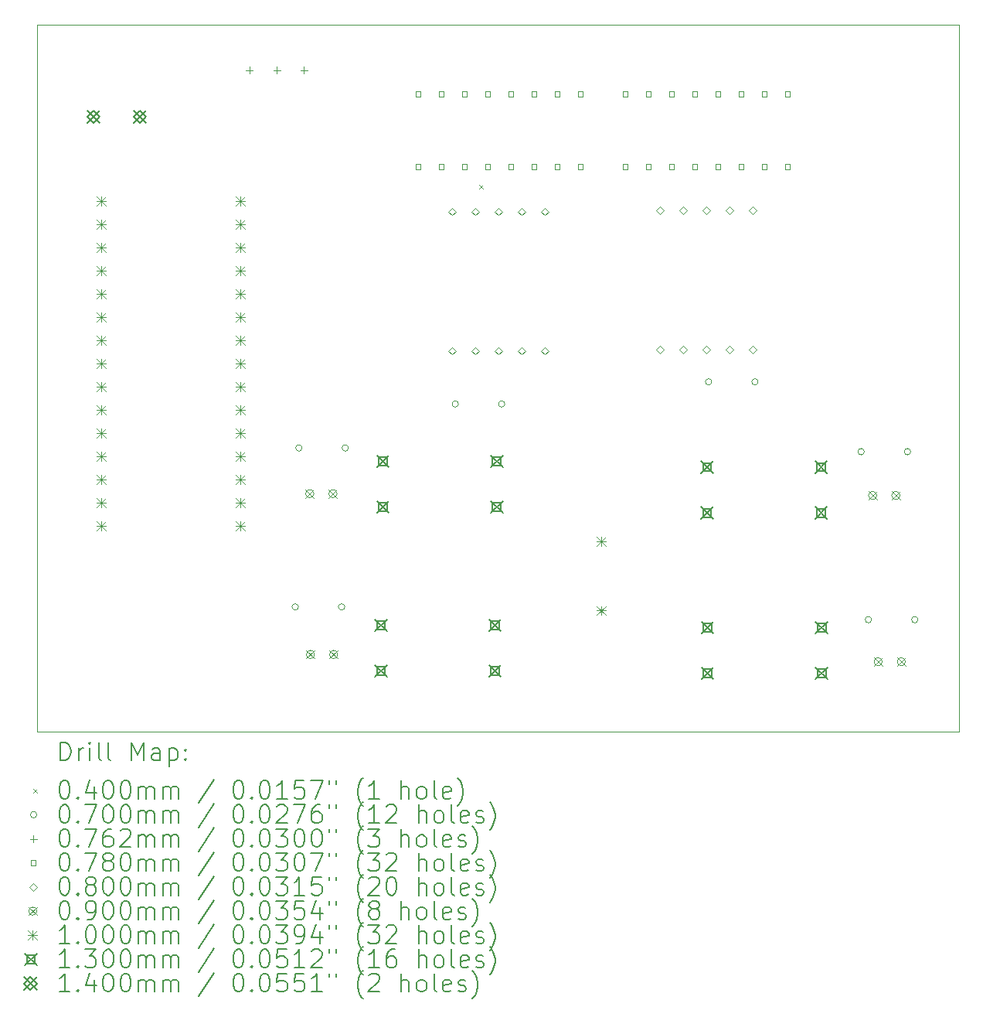
<source format=gbr>
%TF.GenerationSoftware,KiCad,Pcbnew,(6.0.11)*%
%TF.CreationDate,2023-02-10T17:54:02-04:00*%
%TF.ProjectId,simon_dice_2_layer,73696d6f-6e5f-4646-9963-655f325f6c61,rev?*%
%TF.SameCoordinates,Original*%
%TF.FileFunction,Drillmap*%
%TF.FilePolarity,Positive*%
%FSLAX45Y45*%
G04 Gerber Fmt 4.5, Leading zero omitted, Abs format (unit mm)*
G04 Created by KiCad (PCBNEW (6.0.11)) date 2023-02-10 17:54:02*
%MOMM*%
%LPD*%
G01*
G04 APERTURE LIST*
%ADD10C,0.100000*%
%ADD11C,0.200000*%
%ADD12C,0.040000*%
%ADD13C,0.070000*%
%ADD14C,0.076200*%
%ADD15C,0.078000*%
%ADD16C,0.080000*%
%ADD17C,0.090000*%
%ADD18C,0.130000*%
%ADD19C,0.140000*%
G04 APERTURE END LIST*
D10*
X9751000Y-5049000D02*
X19851000Y-5049000D01*
X19851000Y-5049000D02*
X19851000Y-12789000D01*
X19851000Y-12789000D02*
X9751000Y-12789000D01*
X9751000Y-12789000D02*
X9751000Y-5049000D01*
D11*
D12*
X14590280Y-6806900D02*
X14630280Y-6846900D01*
X14630280Y-6806900D02*
X14590280Y-6846900D01*
D13*
X12612000Y-11424000D02*
G75*
G03*
X12612000Y-11424000I-35000J0D01*
G01*
X12652000Y-9684000D02*
G75*
G03*
X12652000Y-9684000I-35000J0D01*
G01*
X13120000Y-11424000D02*
G75*
G03*
X13120000Y-11424000I-35000J0D01*
G01*
X13160000Y-9684000D02*
G75*
G03*
X13160000Y-9684000I-35000J0D01*
G01*
X14365680Y-9202420D02*
G75*
G03*
X14365680Y-9202420I-35000J0D01*
G01*
X14873680Y-9202420D02*
G75*
G03*
X14873680Y-9202420I-35000J0D01*
G01*
X17141000Y-8960000D02*
G75*
G03*
X17141000Y-8960000I-35000J0D01*
G01*
X17649000Y-8960000D02*
G75*
G03*
X17649000Y-8960000I-35000J0D01*
G01*
X18812000Y-9724000D02*
G75*
G03*
X18812000Y-9724000I-35000J0D01*
G01*
X18892000Y-11564000D02*
G75*
G03*
X18892000Y-11564000I-35000J0D01*
G01*
X19320000Y-9724000D02*
G75*
G03*
X19320000Y-9724000I-35000J0D01*
G01*
X19400000Y-11564000D02*
G75*
G03*
X19400000Y-11564000I-35000J0D01*
G01*
D14*
X12073750Y-5511900D02*
X12073750Y-5588100D01*
X12035650Y-5550000D02*
X12111850Y-5550000D01*
X12373750Y-5511900D02*
X12373750Y-5588100D01*
X12335650Y-5550000D02*
X12411850Y-5550000D01*
X12673750Y-5511900D02*
X12673750Y-5588100D01*
X12635650Y-5550000D02*
X12711850Y-5550000D01*
D15*
X13949077Y-5837577D02*
X13949077Y-5782423D01*
X13893923Y-5782423D01*
X13893923Y-5837577D01*
X13949077Y-5837577D01*
X13949077Y-6631577D02*
X13949077Y-6576423D01*
X13893923Y-6576423D01*
X13893923Y-6631577D01*
X13949077Y-6631577D01*
X14203077Y-5837577D02*
X14203077Y-5782423D01*
X14147923Y-5782423D01*
X14147923Y-5837577D01*
X14203077Y-5837577D01*
X14203077Y-6631577D02*
X14203077Y-6576423D01*
X14147923Y-6576423D01*
X14147923Y-6631577D01*
X14203077Y-6631577D01*
X14457077Y-5837577D02*
X14457077Y-5782423D01*
X14401923Y-5782423D01*
X14401923Y-5837577D01*
X14457077Y-5837577D01*
X14457077Y-6631577D02*
X14457077Y-6576423D01*
X14401923Y-6576423D01*
X14401923Y-6631577D01*
X14457077Y-6631577D01*
X14711077Y-5837577D02*
X14711077Y-5782423D01*
X14655923Y-5782423D01*
X14655923Y-5837577D01*
X14711077Y-5837577D01*
X14711077Y-6631577D02*
X14711077Y-6576423D01*
X14655923Y-6576423D01*
X14655923Y-6631577D01*
X14711077Y-6631577D01*
X14965077Y-5837577D02*
X14965077Y-5782423D01*
X14909923Y-5782423D01*
X14909923Y-5837577D01*
X14965077Y-5837577D01*
X14965077Y-6631577D02*
X14965077Y-6576423D01*
X14909923Y-6576423D01*
X14909923Y-6631577D01*
X14965077Y-6631577D01*
X15219077Y-5837577D02*
X15219077Y-5782423D01*
X15163923Y-5782423D01*
X15163923Y-5837577D01*
X15219077Y-5837577D01*
X15219077Y-6631577D02*
X15219077Y-6576423D01*
X15163923Y-6576423D01*
X15163923Y-6631577D01*
X15219077Y-6631577D01*
X15473077Y-5837577D02*
X15473077Y-5782423D01*
X15417923Y-5782423D01*
X15417923Y-5837577D01*
X15473077Y-5837577D01*
X15473077Y-6631577D02*
X15473077Y-6576423D01*
X15417923Y-6576423D01*
X15417923Y-6631577D01*
X15473077Y-6631577D01*
X15727077Y-5837577D02*
X15727077Y-5782423D01*
X15671923Y-5782423D01*
X15671923Y-5837577D01*
X15727077Y-5837577D01*
X15727077Y-6631577D02*
X15727077Y-6576423D01*
X15671923Y-6576423D01*
X15671923Y-6631577D01*
X15727077Y-6631577D01*
X16219077Y-5837577D02*
X16219077Y-5782423D01*
X16163923Y-5782423D01*
X16163923Y-5837577D01*
X16219077Y-5837577D01*
X16219077Y-6631577D02*
X16219077Y-6576423D01*
X16163923Y-6576423D01*
X16163923Y-6631577D01*
X16219077Y-6631577D01*
X16473077Y-5837577D02*
X16473077Y-5782423D01*
X16417923Y-5782423D01*
X16417923Y-5837577D01*
X16473077Y-5837577D01*
X16473077Y-6631577D02*
X16473077Y-6576423D01*
X16417923Y-6576423D01*
X16417923Y-6631577D01*
X16473077Y-6631577D01*
X16727077Y-5837577D02*
X16727077Y-5782423D01*
X16671923Y-5782423D01*
X16671923Y-5837577D01*
X16727077Y-5837577D01*
X16727077Y-6631577D02*
X16727077Y-6576423D01*
X16671923Y-6576423D01*
X16671923Y-6631577D01*
X16727077Y-6631577D01*
X16981077Y-5837577D02*
X16981077Y-5782423D01*
X16925923Y-5782423D01*
X16925923Y-5837577D01*
X16981077Y-5837577D01*
X16981077Y-6631577D02*
X16981077Y-6576423D01*
X16925923Y-6576423D01*
X16925923Y-6631577D01*
X16981077Y-6631577D01*
X17235077Y-5837577D02*
X17235077Y-5782423D01*
X17179923Y-5782423D01*
X17179923Y-5837577D01*
X17235077Y-5837577D01*
X17235077Y-6631577D02*
X17235077Y-6576423D01*
X17179923Y-6576423D01*
X17179923Y-6631577D01*
X17235077Y-6631577D01*
X17489077Y-5837577D02*
X17489077Y-5782423D01*
X17433923Y-5782423D01*
X17433923Y-5837577D01*
X17489077Y-5837577D01*
X17489077Y-6631577D02*
X17489077Y-6576423D01*
X17433923Y-6576423D01*
X17433923Y-6631577D01*
X17489077Y-6631577D01*
X17743077Y-5837577D02*
X17743077Y-5782423D01*
X17687923Y-5782423D01*
X17687923Y-5837577D01*
X17743077Y-5837577D01*
X17743077Y-6631577D02*
X17743077Y-6576423D01*
X17687923Y-6576423D01*
X17687923Y-6631577D01*
X17743077Y-6631577D01*
X17997077Y-5837577D02*
X17997077Y-5782423D01*
X17941923Y-5782423D01*
X17941923Y-5837577D01*
X17997077Y-5837577D01*
X17997077Y-6631577D02*
X17997077Y-6576423D01*
X17941923Y-6576423D01*
X17941923Y-6631577D01*
X17997077Y-6631577D01*
D16*
X14296370Y-7137230D02*
X14336370Y-7097230D01*
X14296370Y-7057230D01*
X14256370Y-7097230D01*
X14296370Y-7137230D01*
X14296370Y-8661230D02*
X14336370Y-8621230D01*
X14296370Y-8581230D01*
X14256370Y-8621230D01*
X14296370Y-8661230D01*
X14550370Y-7137230D02*
X14590370Y-7097230D01*
X14550370Y-7057230D01*
X14510370Y-7097230D01*
X14550370Y-7137230D01*
X14550370Y-8661230D02*
X14590370Y-8621230D01*
X14550370Y-8581230D01*
X14510370Y-8621230D01*
X14550370Y-8661230D01*
X14804370Y-7137230D02*
X14844370Y-7097230D01*
X14804370Y-7057230D01*
X14764370Y-7097230D01*
X14804370Y-7137230D01*
X14804370Y-8661230D02*
X14844370Y-8621230D01*
X14804370Y-8581230D01*
X14764370Y-8621230D01*
X14804370Y-8661230D01*
X15058370Y-7137230D02*
X15098370Y-7097230D01*
X15058370Y-7057230D01*
X15018370Y-7097230D01*
X15058370Y-7137230D01*
X15058370Y-8661230D02*
X15098370Y-8621230D01*
X15058370Y-8581230D01*
X15018370Y-8621230D01*
X15058370Y-8661230D01*
X15312370Y-7137230D02*
X15352370Y-7097230D01*
X15312370Y-7057230D01*
X15272370Y-7097230D01*
X15312370Y-7137230D01*
X15312370Y-8661230D02*
X15352370Y-8621230D01*
X15312370Y-8581230D01*
X15272370Y-8621230D01*
X15312370Y-8661230D01*
X16572500Y-7123750D02*
X16612500Y-7083750D01*
X16572500Y-7043750D01*
X16532500Y-7083750D01*
X16572500Y-7123750D01*
X16572500Y-8647750D02*
X16612500Y-8607750D01*
X16572500Y-8567750D01*
X16532500Y-8607750D01*
X16572500Y-8647750D01*
X16826500Y-7123750D02*
X16866500Y-7083750D01*
X16826500Y-7043750D01*
X16786500Y-7083750D01*
X16826500Y-7123750D01*
X16826500Y-8647750D02*
X16866500Y-8607750D01*
X16826500Y-8567750D01*
X16786500Y-8607750D01*
X16826500Y-8647750D01*
X17080500Y-7123750D02*
X17120500Y-7083750D01*
X17080500Y-7043750D01*
X17040500Y-7083750D01*
X17080500Y-7123750D01*
X17080500Y-8647750D02*
X17120500Y-8607750D01*
X17080500Y-8567750D01*
X17040500Y-8607750D01*
X17080500Y-8647750D01*
X17334500Y-7123750D02*
X17374500Y-7083750D01*
X17334500Y-7043750D01*
X17294500Y-7083750D01*
X17334500Y-7123750D01*
X17334500Y-8647750D02*
X17374500Y-8607750D01*
X17334500Y-8567750D01*
X17294500Y-8607750D01*
X17334500Y-8647750D01*
X17588500Y-7123750D02*
X17628500Y-7083750D01*
X17588500Y-7043750D01*
X17548500Y-7083750D01*
X17588500Y-7123750D01*
X17588500Y-8647750D02*
X17628500Y-8607750D01*
X17588500Y-8567750D01*
X17548500Y-8607750D01*
X17588500Y-8647750D01*
D17*
X12691000Y-10139000D02*
X12781000Y-10229000D01*
X12781000Y-10139000D02*
X12691000Y-10229000D01*
X12781000Y-10184000D02*
G75*
G03*
X12781000Y-10184000I-45000J0D01*
G01*
X12698500Y-11899000D02*
X12788500Y-11989000D01*
X12788500Y-11899000D02*
X12698500Y-11989000D01*
X12788500Y-11944000D02*
G75*
G03*
X12788500Y-11944000I-45000J0D01*
G01*
X12945000Y-10139000D02*
X13035000Y-10229000D01*
X13035000Y-10139000D02*
X12945000Y-10229000D01*
X13035000Y-10184000D02*
G75*
G03*
X13035000Y-10184000I-45000J0D01*
G01*
X12952500Y-11899000D02*
X13042500Y-11989000D01*
X13042500Y-11899000D02*
X12952500Y-11989000D01*
X13042500Y-11944000D02*
G75*
G03*
X13042500Y-11944000I-45000J0D01*
G01*
X18858500Y-10159000D02*
X18948500Y-10249000D01*
X18948500Y-10159000D02*
X18858500Y-10249000D01*
X18948500Y-10204000D02*
G75*
G03*
X18948500Y-10204000I-45000J0D01*
G01*
X18918500Y-11979000D02*
X19008500Y-12069000D01*
X19008500Y-11979000D02*
X18918500Y-12069000D01*
X19008500Y-12024000D02*
G75*
G03*
X19008500Y-12024000I-45000J0D01*
G01*
X19112500Y-10159000D02*
X19202500Y-10249000D01*
X19202500Y-10159000D02*
X19112500Y-10249000D01*
X19202500Y-10204000D02*
G75*
G03*
X19202500Y-10204000I-45000J0D01*
G01*
X19172500Y-11979000D02*
X19262500Y-12069000D01*
X19262500Y-11979000D02*
X19172500Y-12069000D01*
X19262500Y-12024000D02*
G75*
G03*
X19262500Y-12024000I-45000J0D01*
G01*
D10*
X10400000Y-6929000D02*
X10500000Y-7029000D01*
X10500000Y-6929000D02*
X10400000Y-7029000D01*
X10450000Y-6929000D02*
X10450000Y-7029000D01*
X10400000Y-6979000D02*
X10500000Y-6979000D01*
X10400000Y-7183000D02*
X10500000Y-7283000D01*
X10500000Y-7183000D02*
X10400000Y-7283000D01*
X10450000Y-7183000D02*
X10450000Y-7283000D01*
X10400000Y-7233000D02*
X10500000Y-7233000D01*
X10400000Y-7437000D02*
X10500000Y-7537000D01*
X10500000Y-7437000D02*
X10400000Y-7537000D01*
X10450000Y-7437000D02*
X10450000Y-7537000D01*
X10400000Y-7487000D02*
X10500000Y-7487000D01*
X10400000Y-7691000D02*
X10500000Y-7791000D01*
X10500000Y-7691000D02*
X10400000Y-7791000D01*
X10450000Y-7691000D02*
X10450000Y-7791000D01*
X10400000Y-7741000D02*
X10500000Y-7741000D01*
X10400000Y-7945000D02*
X10500000Y-8045000D01*
X10500000Y-7945000D02*
X10400000Y-8045000D01*
X10450000Y-7945000D02*
X10450000Y-8045000D01*
X10400000Y-7995000D02*
X10500000Y-7995000D01*
X10400000Y-8199000D02*
X10500000Y-8299000D01*
X10500000Y-8199000D02*
X10400000Y-8299000D01*
X10450000Y-8199000D02*
X10450000Y-8299000D01*
X10400000Y-8249000D02*
X10500000Y-8249000D01*
X10400000Y-8453000D02*
X10500000Y-8553000D01*
X10500000Y-8453000D02*
X10400000Y-8553000D01*
X10450000Y-8453000D02*
X10450000Y-8553000D01*
X10400000Y-8503000D02*
X10500000Y-8503000D01*
X10400000Y-8707000D02*
X10500000Y-8807000D01*
X10500000Y-8707000D02*
X10400000Y-8807000D01*
X10450000Y-8707000D02*
X10450000Y-8807000D01*
X10400000Y-8757000D02*
X10500000Y-8757000D01*
X10400000Y-8961000D02*
X10500000Y-9061000D01*
X10500000Y-8961000D02*
X10400000Y-9061000D01*
X10450000Y-8961000D02*
X10450000Y-9061000D01*
X10400000Y-9011000D02*
X10500000Y-9011000D01*
X10400000Y-9215000D02*
X10500000Y-9315000D01*
X10500000Y-9215000D02*
X10400000Y-9315000D01*
X10450000Y-9215000D02*
X10450000Y-9315000D01*
X10400000Y-9265000D02*
X10500000Y-9265000D01*
X10400000Y-9469000D02*
X10500000Y-9569000D01*
X10500000Y-9469000D02*
X10400000Y-9569000D01*
X10450000Y-9469000D02*
X10450000Y-9569000D01*
X10400000Y-9519000D02*
X10500000Y-9519000D01*
X10400000Y-9723000D02*
X10500000Y-9823000D01*
X10500000Y-9723000D02*
X10400000Y-9823000D01*
X10450000Y-9723000D02*
X10450000Y-9823000D01*
X10400000Y-9773000D02*
X10500000Y-9773000D01*
X10400000Y-9977000D02*
X10500000Y-10077000D01*
X10500000Y-9977000D02*
X10400000Y-10077000D01*
X10450000Y-9977000D02*
X10450000Y-10077000D01*
X10400000Y-10027000D02*
X10500000Y-10027000D01*
X10400000Y-10231000D02*
X10500000Y-10331000D01*
X10500000Y-10231000D02*
X10400000Y-10331000D01*
X10450000Y-10231000D02*
X10450000Y-10331000D01*
X10400000Y-10281000D02*
X10500000Y-10281000D01*
X10400000Y-10485000D02*
X10500000Y-10585000D01*
X10500000Y-10485000D02*
X10400000Y-10585000D01*
X10450000Y-10485000D02*
X10450000Y-10585000D01*
X10400000Y-10535000D02*
X10500000Y-10535000D01*
X11924000Y-6929000D02*
X12024000Y-7029000D01*
X12024000Y-6929000D02*
X11924000Y-7029000D01*
X11974000Y-6929000D02*
X11974000Y-7029000D01*
X11924000Y-6979000D02*
X12024000Y-6979000D01*
X11924000Y-7183000D02*
X12024000Y-7283000D01*
X12024000Y-7183000D02*
X11924000Y-7283000D01*
X11974000Y-7183000D02*
X11974000Y-7283000D01*
X11924000Y-7233000D02*
X12024000Y-7233000D01*
X11924000Y-7437000D02*
X12024000Y-7537000D01*
X12024000Y-7437000D02*
X11924000Y-7537000D01*
X11974000Y-7437000D02*
X11974000Y-7537000D01*
X11924000Y-7487000D02*
X12024000Y-7487000D01*
X11924000Y-7691000D02*
X12024000Y-7791000D01*
X12024000Y-7691000D02*
X11924000Y-7791000D01*
X11974000Y-7691000D02*
X11974000Y-7791000D01*
X11924000Y-7741000D02*
X12024000Y-7741000D01*
X11924000Y-7945000D02*
X12024000Y-8045000D01*
X12024000Y-7945000D02*
X11924000Y-8045000D01*
X11974000Y-7945000D02*
X11974000Y-8045000D01*
X11924000Y-7995000D02*
X12024000Y-7995000D01*
X11924000Y-8199000D02*
X12024000Y-8299000D01*
X12024000Y-8199000D02*
X11924000Y-8299000D01*
X11974000Y-8199000D02*
X11974000Y-8299000D01*
X11924000Y-8249000D02*
X12024000Y-8249000D01*
X11924000Y-8453000D02*
X12024000Y-8553000D01*
X12024000Y-8453000D02*
X11924000Y-8553000D01*
X11974000Y-8453000D02*
X11974000Y-8553000D01*
X11924000Y-8503000D02*
X12024000Y-8503000D01*
X11924000Y-8707000D02*
X12024000Y-8807000D01*
X12024000Y-8707000D02*
X11924000Y-8807000D01*
X11974000Y-8707000D02*
X11974000Y-8807000D01*
X11924000Y-8757000D02*
X12024000Y-8757000D01*
X11924000Y-8961000D02*
X12024000Y-9061000D01*
X12024000Y-8961000D02*
X11924000Y-9061000D01*
X11974000Y-8961000D02*
X11974000Y-9061000D01*
X11924000Y-9011000D02*
X12024000Y-9011000D01*
X11924000Y-9215000D02*
X12024000Y-9315000D01*
X12024000Y-9215000D02*
X11924000Y-9315000D01*
X11974000Y-9215000D02*
X11974000Y-9315000D01*
X11924000Y-9265000D02*
X12024000Y-9265000D01*
X11924000Y-9469000D02*
X12024000Y-9569000D01*
X12024000Y-9469000D02*
X11924000Y-9569000D01*
X11974000Y-9469000D02*
X11974000Y-9569000D01*
X11924000Y-9519000D02*
X12024000Y-9519000D01*
X11924000Y-9723000D02*
X12024000Y-9823000D01*
X12024000Y-9723000D02*
X11924000Y-9823000D01*
X11974000Y-9723000D02*
X11974000Y-9823000D01*
X11924000Y-9773000D02*
X12024000Y-9773000D01*
X11924000Y-9977000D02*
X12024000Y-10077000D01*
X12024000Y-9977000D02*
X11924000Y-10077000D01*
X11974000Y-9977000D02*
X11974000Y-10077000D01*
X11924000Y-10027000D02*
X12024000Y-10027000D01*
X11924000Y-10231000D02*
X12024000Y-10331000D01*
X12024000Y-10231000D02*
X11924000Y-10331000D01*
X11974000Y-10231000D02*
X11974000Y-10331000D01*
X11924000Y-10281000D02*
X12024000Y-10281000D01*
X11924000Y-10485000D02*
X12024000Y-10585000D01*
X12024000Y-10485000D02*
X11924000Y-10585000D01*
X11974000Y-10485000D02*
X11974000Y-10585000D01*
X11924000Y-10535000D02*
X12024000Y-10535000D01*
X15881000Y-10654000D02*
X15981000Y-10754000D01*
X15981000Y-10654000D02*
X15881000Y-10754000D01*
X15931000Y-10654000D02*
X15931000Y-10754000D01*
X15881000Y-10704000D02*
X15981000Y-10704000D01*
X15881000Y-11414000D02*
X15981000Y-11514000D01*
X15981000Y-11414000D02*
X15881000Y-11514000D01*
X15931000Y-11414000D02*
X15931000Y-11514000D01*
X15881000Y-11464000D02*
X15981000Y-11464000D01*
D18*
X13451000Y-11559500D02*
X13581000Y-11689500D01*
X13581000Y-11559500D02*
X13451000Y-11689500D01*
X13561962Y-11670462D02*
X13561962Y-11578538D01*
X13470038Y-11578538D01*
X13470038Y-11670462D01*
X13561962Y-11670462D01*
X13451000Y-12059500D02*
X13581000Y-12189500D01*
X13581000Y-12059500D02*
X13451000Y-12189500D01*
X13561962Y-12170462D02*
X13561962Y-12078538D01*
X13470038Y-12078538D01*
X13470038Y-12170462D01*
X13561962Y-12170462D01*
X13470500Y-9765500D02*
X13600500Y-9895500D01*
X13600500Y-9765500D02*
X13470500Y-9895500D01*
X13581462Y-9876462D02*
X13581462Y-9784538D01*
X13489538Y-9784538D01*
X13489538Y-9876462D01*
X13581462Y-9876462D01*
X13470500Y-10265500D02*
X13600500Y-10395500D01*
X13600500Y-10265500D02*
X13470500Y-10395500D01*
X13581462Y-10376462D02*
X13581462Y-10284538D01*
X13489538Y-10284538D01*
X13489538Y-10376462D01*
X13581462Y-10376462D01*
X14701000Y-11559500D02*
X14831000Y-11689500D01*
X14831000Y-11559500D02*
X14701000Y-11689500D01*
X14811962Y-11670462D02*
X14811962Y-11578538D01*
X14720038Y-11578538D01*
X14720038Y-11670462D01*
X14811962Y-11670462D01*
X14701000Y-12059500D02*
X14831000Y-12189500D01*
X14831000Y-12059500D02*
X14701000Y-12189500D01*
X14811962Y-12170462D02*
X14811962Y-12078538D01*
X14720038Y-12078538D01*
X14720038Y-12170462D01*
X14811962Y-12170462D01*
X14720500Y-9765500D02*
X14850500Y-9895500D01*
X14850500Y-9765500D02*
X14720500Y-9895500D01*
X14831462Y-9876462D02*
X14831462Y-9784538D01*
X14739538Y-9784538D01*
X14739538Y-9876462D01*
X14831462Y-9876462D01*
X14720500Y-10265500D02*
X14850500Y-10395500D01*
X14850500Y-10265500D02*
X14720500Y-10395500D01*
X14831462Y-10376462D02*
X14831462Y-10284538D01*
X14739538Y-10284538D01*
X14739538Y-10376462D01*
X14831462Y-10376462D01*
X17024500Y-9829000D02*
X17154500Y-9959000D01*
X17154500Y-9829000D02*
X17024500Y-9959000D01*
X17135462Y-9939962D02*
X17135462Y-9848038D01*
X17043538Y-9848038D01*
X17043538Y-9939962D01*
X17135462Y-9939962D01*
X17024500Y-10329000D02*
X17154500Y-10459000D01*
X17154500Y-10329000D02*
X17024500Y-10459000D01*
X17135462Y-10439962D02*
X17135462Y-10348038D01*
X17043538Y-10348038D01*
X17043538Y-10439962D01*
X17135462Y-10439962D01*
X17029000Y-11585000D02*
X17159000Y-11715000D01*
X17159000Y-11585000D02*
X17029000Y-11715000D01*
X17139962Y-11695962D02*
X17139962Y-11604038D01*
X17048038Y-11604038D01*
X17048038Y-11695962D01*
X17139962Y-11695962D01*
X17029000Y-12085000D02*
X17159000Y-12215000D01*
X17159000Y-12085000D02*
X17029000Y-12215000D01*
X17139962Y-12195962D02*
X17139962Y-12104038D01*
X17048038Y-12104038D01*
X17048038Y-12195962D01*
X17139962Y-12195962D01*
X18274500Y-9829000D02*
X18404500Y-9959000D01*
X18404500Y-9829000D02*
X18274500Y-9959000D01*
X18385462Y-9939962D02*
X18385462Y-9848038D01*
X18293538Y-9848038D01*
X18293538Y-9939962D01*
X18385462Y-9939962D01*
X18274500Y-10329000D02*
X18404500Y-10459000D01*
X18404500Y-10329000D02*
X18274500Y-10459000D01*
X18385462Y-10439962D02*
X18385462Y-10348038D01*
X18293538Y-10348038D01*
X18293538Y-10439962D01*
X18385462Y-10439962D01*
X18279000Y-11585000D02*
X18409000Y-11715000D01*
X18409000Y-11585000D02*
X18279000Y-11715000D01*
X18389962Y-11695962D02*
X18389962Y-11604038D01*
X18298038Y-11604038D01*
X18298038Y-11695962D01*
X18389962Y-11695962D01*
X18279000Y-12085000D02*
X18409000Y-12215000D01*
X18409000Y-12085000D02*
X18279000Y-12215000D01*
X18389962Y-12195962D02*
X18389962Y-12104038D01*
X18298038Y-12104038D01*
X18298038Y-12195962D01*
X18389962Y-12195962D01*
D19*
X10296000Y-5987750D02*
X10436000Y-6127750D01*
X10436000Y-5987750D02*
X10296000Y-6127750D01*
X10366000Y-6127750D02*
X10436000Y-6057750D01*
X10366000Y-5987750D01*
X10296000Y-6057750D01*
X10366000Y-6127750D01*
X10804000Y-5987750D02*
X10944000Y-6127750D01*
X10944000Y-5987750D02*
X10804000Y-6127750D01*
X10874000Y-6127750D02*
X10944000Y-6057750D01*
X10874000Y-5987750D01*
X10804000Y-6057750D01*
X10874000Y-6127750D01*
D11*
X10003619Y-13104476D02*
X10003619Y-12904476D01*
X10051238Y-12904476D01*
X10079810Y-12914000D01*
X10098857Y-12933048D01*
X10108381Y-12952095D01*
X10117905Y-12990190D01*
X10117905Y-13018762D01*
X10108381Y-13056857D01*
X10098857Y-13075905D01*
X10079810Y-13094952D01*
X10051238Y-13104476D01*
X10003619Y-13104476D01*
X10203619Y-13104476D02*
X10203619Y-12971143D01*
X10203619Y-13009238D02*
X10213143Y-12990190D01*
X10222667Y-12980667D01*
X10241714Y-12971143D01*
X10260762Y-12971143D01*
X10327429Y-13104476D02*
X10327429Y-12971143D01*
X10327429Y-12904476D02*
X10317905Y-12914000D01*
X10327429Y-12923524D01*
X10336952Y-12914000D01*
X10327429Y-12904476D01*
X10327429Y-12923524D01*
X10451238Y-13104476D02*
X10432190Y-13094952D01*
X10422667Y-13075905D01*
X10422667Y-12904476D01*
X10556000Y-13104476D02*
X10536952Y-13094952D01*
X10527429Y-13075905D01*
X10527429Y-12904476D01*
X10784571Y-13104476D02*
X10784571Y-12904476D01*
X10851238Y-13047333D01*
X10917905Y-12904476D01*
X10917905Y-13104476D01*
X11098857Y-13104476D02*
X11098857Y-12999714D01*
X11089333Y-12980667D01*
X11070286Y-12971143D01*
X11032190Y-12971143D01*
X11013143Y-12980667D01*
X11098857Y-13094952D02*
X11079810Y-13104476D01*
X11032190Y-13104476D01*
X11013143Y-13094952D01*
X11003619Y-13075905D01*
X11003619Y-13056857D01*
X11013143Y-13037809D01*
X11032190Y-13028286D01*
X11079810Y-13028286D01*
X11098857Y-13018762D01*
X11194095Y-12971143D02*
X11194095Y-13171143D01*
X11194095Y-12980667D02*
X11213143Y-12971143D01*
X11251238Y-12971143D01*
X11270286Y-12980667D01*
X11279809Y-12990190D01*
X11289333Y-13009238D01*
X11289333Y-13066381D01*
X11279809Y-13085428D01*
X11270286Y-13094952D01*
X11251238Y-13104476D01*
X11213143Y-13104476D01*
X11194095Y-13094952D01*
X11375048Y-13085428D02*
X11384571Y-13094952D01*
X11375048Y-13104476D01*
X11365524Y-13094952D01*
X11375048Y-13085428D01*
X11375048Y-13104476D01*
X11375048Y-12980667D02*
X11384571Y-12990190D01*
X11375048Y-12999714D01*
X11365524Y-12990190D01*
X11375048Y-12980667D01*
X11375048Y-12999714D01*
D12*
X9706000Y-13414000D02*
X9746000Y-13454000D01*
X9746000Y-13414000D02*
X9706000Y-13454000D01*
D11*
X10041714Y-13324476D02*
X10060762Y-13324476D01*
X10079810Y-13334000D01*
X10089333Y-13343524D01*
X10098857Y-13362571D01*
X10108381Y-13400667D01*
X10108381Y-13448286D01*
X10098857Y-13486381D01*
X10089333Y-13505428D01*
X10079810Y-13514952D01*
X10060762Y-13524476D01*
X10041714Y-13524476D01*
X10022667Y-13514952D01*
X10013143Y-13505428D01*
X10003619Y-13486381D01*
X9994095Y-13448286D01*
X9994095Y-13400667D01*
X10003619Y-13362571D01*
X10013143Y-13343524D01*
X10022667Y-13334000D01*
X10041714Y-13324476D01*
X10194095Y-13505428D02*
X10203619Y-13514952D01*
X10194095Y-13524476D01*
X10184571Y-13514952D01*
X10194095Y-13505428D01*
X10194095Y-13524476D01*
X10375048Y-13391143D02*
X10375048Y-13524476D01*
X10327429Y-13314952D02*
X10279810Y-13457809D01*
X10403619Y-13457809D01*
X10517905Y-13324476D02*
X10536952Y-13324476D01*
X10556000Y-13334000D01*
X10565524Y-13343524D01*
X10575048Y-13362571D01*
X10584571Y-13400667D01*
X10584571Y-13448286D01*
X10575048Y-13486381D01*
X10565524Y-13505428D01*
X10556000Y-13514952D01*
X10536952Y-13524476D01*
X10517905Y-13524476D01*
X10498857Y-13514952D01*
X10489333Y-13505428D01*
X10479810Y-13486381D01*
X10470286Y-13448286D01*
X10470286Y-13400667D01*
X10479810Y-13362571D01*
X10489333Y-13343524D01*
X10498857Y-13334000D01*
X10517905Y-13324476D01*
X10708381Y-13324476D02*
X10727429Y-13324476D01*
X10746476Y-13334000D01*
X10756000Y-13343524D01*
X10765524Y-13362571D01*
X10775048Y-13400667D01*
X10775048Y-13448286D01*
X10765524Y-13486381D01*
X10756000Y-13505428D01*
X10746476Y-13514952D01*
X10727429Y-13524476D01*
X10708381Y-13524476D01*
X10689333Y-13514952D01*
X10679810Y-13505428D01*
X10670286Y-13486381D01*
X10660762Y-13448286D01*
X10660762Y-13400667D01*
X10670286Y-13362571D01*
X10679810Y-13343524D01*
X10689333Y-13334000D01*
X10708381Y-13324476D01*
X10860762Y-13524476D02*
X10860762Y-13391143D01*
X10860762Y-13410190D02*
X10870286Y-13400667D01*
X10889333Y-13391143D01*
X10917905Y-13391143D01*
X10936952Y-13400667D01*
X10946476Y-13419714D01*
X10946476Y-13524476D01*
X10946476Y-13419714D02*
X10956000Y-13400667D01*
X10975048Y-13391143D01*
X11003619Y-13391143D01*
X11022667Y-13400667D01*
X11032190Y-13419714D01*
X11032190Y-13524476D01*
X11127429Y-13524476D02*
X11127429Y-13391143D01*
X11127429Y-13410190D02*
X11136952Y-13400667D01*
X11156000Y-13391143D01*
X11184571Y-13391143D01*
X11203619Y-13400667D01*
X11213143Y-13419714D01*
X11213143Y-13524476D01*
X11213143Y-13419714D02*
X11222667Y-13400667D01*
X11241714Y-13391143D01*
X11270286Y-13391143D01*
X11289333Y-13400667D01*
X11298857Y-13419714D01*
X11298857Y-13524476D01*
X11689333Y-13314952D02*
X11517905Y-13572095D01*
X11946476Y-13324476D02*
X11965524Y-13324476D01*
X11984571Y-13334000D01*
X11994095Y-13343524D01*
X12003619Y-13362571D01*
X12013143Y-13400667D01*
X12013143Y-13448286D01*
X12003619Y-13486381D01*
X11994095Y-13505428D01*
X11984571Y-13514952D01*
X11965524Y-13524476D01*
X11946476Y-13524476D01*
X11927428Y-13514952D01*
X11917905Y-13505428D01*
X11908381Y-13486381D01*
X11898857Y-13448286D01*
X11898857Y-13400667D01*
X11908381Y-13362571D01*
X11917905Y-13343524D01*
X11927428Y-13334000D01*
X11946476Y-13324476D01*
X12098857Y-13505428D02*
X12108381Y-13514952D01*
X12098857Y-13524476D01*
X12089333Y-13514952D01*
X12098857Y-13505428D01*
X12098857Y-13524476D01*
X12232190Y-13324476D02*
X12251238Y-13324476D01*
X12270286Y-13334000D01*
X12279809Y-13343524D01*
X12289333Y-13362571D01*
X12298857Y-13400667D01*
X12298857Y-13448286D01*
X12289333Y-13486381D01*
X12279809Y-13505428D01*
X12270286Y-13514952D01*
X12251238Y-13524476D01*
X12232190Y-13524476D01*
X12213143Y-13514952D01*
X12203619Y-13505428D01*
X12194095Y-13486381D01*
X12184571Y-13448286D01*
X12184571Y-13400667D01*
X12194095Y-13362571D01*
X12203619Y-13343524D01*
X12213143Y-13334000D01*
X12232190Y-13324476D01*
X12489333Y-13524476D02*
X12375048Y-13524476D01*
X12432190Y-13524476D02*
X12432190Y-13324476D01*
X12413143Y-13353048D01*
X12394095Y-13372095D01*
X12375048Y-13381619D01*
X12670286Y-13324476D02*
X12575048Y-13324476D01*
X12565524Y-13419714D01*
X12575048Y-13410190D01*
X12594095Y-13400667D01*
X12641714Y-13400667D01*
X12660762Y-13410190D01*
X12670286Y-13419714D01*
X12679809Y-13438762D01*
X12679809Y-13486381D01*
X12670286Y-13505428D01*
X12660762Y-13514952D01*
X12641714Y-13524476D01*
X12594095Y-13524476D01*
X12575048Y-13514952D01*
X12565524Y-13505428D01*
X12746476Y-13324476D02*
X12879809Y-13324476D01*
X12794095Y-13524476D01*
X12946476Y-13324476D02*
X12946476Y-13362571D01*
X13022667Y-13324476D02*
X13022667Y-13362571D01*
X13317905Y-13600667D02*
X13308381Y-13591143D01*
X13289333Y-13562571D01*
X13279809Y-13543524D01*
X13270286Y-13514952D01*
X13260762Y-13467333D01*
X13260762Y-13429238D01*
X13270286Y-13381619D01*
X13279809Y-13353048D01*
X13289333Y-13334000D01*
X13308381Y-13305428D01*
X13317905Y-13295905D01*
X13498857Y-13524476D02*
X13384571Y-13524476D01*
X13441714Y-13524476D02*
X13441714Y-13324476D01*
X13422667Y-13353048D01*
X13403619Y-13372095D01*
X13384571Y-13381619D01*
X13736952Y-13524476D02*
X13736952Y-13324476D01*
X13822667Y-13524476D02*
X13822667Y-13419714D01*
X13813143Y-13400667D01*
X13794095Y-13391143D01*
X13765524Y-13391143D01*
X13746476Y-13400667D01*
X13736952Y-13410190D01*
X13946476Y-13524476D02*
X13927428Y-13514952D01*
X13917905Y-13505428D01*
X13908381Y-13486381D01*
X13908381Y-13429238D01*
X13917905Y-13410190D01*
X13927428Y-13400667D01*
X13946476Y-13391143D01*
X13975048Y-13391143D01*
X13994095Y-13400667D01*
X14003619Y-13410190D01*
X14013143Y-13429238D01*
X14013143Y-13486381D01*
X14003619Y-13505428D01*
X13994095Y-13514952D01*
X13975048Y-13524476D01*
X13946476Y-13524476D01*
X14127428Y-13524476D02*
X14108381Y-13514952D01*
X14098857Y-13495905D01*
X14098857Y-13324476D01*
X14279809Y-13514952D02*
X14260762Y-13524476D01*
X14222667Y-13524476D01*
X14203619Y-13514952D01*
X14194095Y-13495905D01*
X14194095Y-13419714D01*
X14203619Y-13400667D01*
X14222667Y-13391143D01*
X14260762Y-13391143D01*
X14279809Y-13400667D01*
X14289333Y-13419714D01*
X14289333Y-13438762D01*
X14194095Y-13457809D01*
X14356000Y-13600667D02*
X14365524Y-13591143D01*
X14384571Y-13562571D01*
X14394095Y-13543524D01*
X14403619Y-13514952D01*
X14413143Y-13467333D01*
X14413143Y-13429238D01*
X14403619Y-13381619D01*
X14394095Y-13353048D01*
X14384571Y-13334000D01*
X14365524Y-13305428D01*
X14356000Y-13295905D01*
D13*
X9746000Y-13698000D02*
G75*
G03*
X9746000Y-13698000I-35000J0D01*
G01*
D11*
X10041714Y-13588476D02*
X10060762Y-13588476D01*
X10079810Y-13598000D01*
X10089333Y-13607524D01*
X10098857Y-13626571D01*
X10108381Y-13664667D01*
X10108381Y-13712286D01*
X10098857Y-13750381D01*
X10089333Y-13769428D01*
X10079810Y-13778952D01*
X10060762Y-13788476D01*
X10041714Y-13788476D01*
X10022667Y-13778952D01*
X10013143Y-13769428D01*
X10003619Y-13750381D01*
X9994095Y-13712286D01*
X9994095Y-13664667D01*
X10003619Y-13626571D01*
X10013143Y-13607524D01*
X10022667Y-13598000D01*
X10041714Y-13588476D01*
X10194095Y-13769428D02*
X10203619Y-13778952D01*
X10194095Y-13788476D01*
X10184571Y-13778952D01*
X10194095Y-13769428D01*
X10194095Y-13788476D01*
X10270286Y-13588476D02*
X10403619Y-13588476D01*
X10317905Y-13788476D01*
X10517905Y-13588476D02*
X10536952Y-13588476D01*
X10556000Y-13598000D01*
X10565524Y-13607524D01*
X10575048Y-13626571D01*
X10584571Y-13664667D01*
X10584571Y-13712286D01*
X10575048Y-13750381D01*
X10565524Y-13769428D01*
X10556000Y-13778952D01*
X10536952Y-13788476D01*
X10517905Y-13788476D01*
X10498857Y-13778952D01*
X10489333Y-13769428D01*
X10479810Y-13750381D01*
X10470286Y-13712286D01*
X10470286Y-13664667D01*
X10479810Y-13626571D01*
X10489333Y-13607524D01*
X10498857Y-13598000D01*
X10517905Y-13588476D01*
X10708381Y-13588476D02*
X10727429Y-13588476D01*
X10746476Y-13598000D01*
X10756000Y-13607524D01*
X10765524Y-13626571D01*
X10775048Y-13664667D01*
X10775048Y-13712286D01*
X10765524Y-13750381D01*
X10756000Y-13769428D01*
X10746476Y-13778952D01*
X10727429Y-13788476D01*
X10708381Y-13788476D01*
X10689333Y-13778952D01*
X10679810Y-13769428D01*
X10670286Y-13750381D01*
X10660762Y-13712286D01*
X10660762Y-13664667D01*
X10670286Y-13626571D01*
X10679810Y-13607524D01*
X10689333Y-13598000D01*
X10708381Y-13588476D01*
X10860762Y-13788476D02*
X10860762Y-13655143D01*
X10860762Y-13674190D02*
X10870286Y-13664667D01*
X10889333Y-13655143D01*
X10917905Y-13655143D01*
X10936952Y-13664667D01*
X10946476Y-13683714D01*
X10946476Y-13788476D01*
X10946476Y-13683714D02*
X10956000Y-13664667D01*
X10975048Y-13655143D01*
X11003619Y-13655143D01*
X11022667Y-13664667D01*
X11032190Y-13683714D01*
X11032190Y-13788476D01*
X11127429Y-13788476D02*
X11127429Y-13655143D01*
X11127429Y-13674190D02*
X11136952Y-13664667D01*
X11156000Y-13655143D01*
X11184571Y-13655143D01*
X11203619Y-13664667D01*
X11213143Y-13683714D01*
X11213143Y-13788476D01*
X11213143Y-13683714D02*
X11222667Y-13664667D01*
X11241714Y-13655143D01*
X11270286Y-13655143D01*
X11289333Y-13664667D01*
X11298857Y-13683714D01*
X11298857Y-13788476D01*
X11689333Y-13578952D02*
X11517905Y-13836095D01*
X11946476Y-13588476D02*
X11965524Y-13588476D01*
X11984571Y-13598000D01*
X11994095Y-13607524D01*
X12003619Y-13626571D01*
X12013143Y-13664667D01*
X12013143Y-13712286D01*
X12003619Y-13750381D01*
X11994095Y-13769428D01*
X11984571Y-13778952D01*
X11965524Y-13788476D01*
X11946476Y-13788476D01*
X11927428Y-13778952D01*
X11917905Y-13769428D01*
X11908381Y-13750381D01*
X11898857Y-13712286D01*
X11898857Y-13664667D01*
X11908381Y-13626571D01*
X11917905Y-13607524D01*
X11927428Y-13598000D01*
X11946476Y-13588476D01*
X12098857Y-13769428D02*
X12108381Y-13778952D01*
X12098857Y-13788476D01*
X12089333Y-13778952D01*
X12098857Y-13769428D01*
X12098857Y-13788476D01*
X12232190Y-13588476D02*
X12251238Y-13588476D01*
X12270286Y-13598000D01*
X12279809Y-13607524D01*
X12289333Y-13626571D01*
X12298857Y-13664667D01*
X12298857Y-13712286D01*
X12289333Y-13750381D01*
X12279809Y-13769428D01*
X12270286Y-13778952D01*
X12251238Y-13788476D01*
X12232190Y-13788476D01*
X12213143Y-13778952D01*
X12203619Y-13769428D01*
X12194095Y-13750381D01*
X12184571Y-13712286D01*
X12184571Y-13664667D01*
X12194095Y-13626571D01*
X12203619Y-13607524D01*
X12213143Y-13598000D01*
X12232190Y-13588476D01*
X12375048Y-13607524D02*
X12384571Y-13598000D01*
X12403619Y-13588476D01*
X12451238Y-13588476D01*
X12470286Y-13598000D01*
X12479809Y-13607524D01*
X12489333Y-13626571D01*
X12489333Y-13645619D01*
X12479809Y-13674190D01*
X12365524Y-13788476D01*
X12489333Y-13788476D01*
X12556000Y-13588476D02*
X12689333Y-13588476D01*
X12603619Y-13788476D01*
X12851238Y-13588476D02*
X12813143Y-13588476D01*
X12794095Y-13598000D01*
X12784571Y-13607524D01*
X12765524Y-13636095D01*
X12756000Y-13674190D01*
X12756000Y-13750381D01*
X12765524Y-13769428D01*
X12775048Y-13778952D01*
X12794095Y-13788476D01*
X12832190Y-13788476D01*
X12851238Y-13778952D01*
X12860762Y-13769428D01*
X12870286Y-13750381D01*
X12870286Y-13702762D01*
X12860762Y-13683714D01*
X12851238Y-13674190D01*
X12832190Y-13664667D01*
X12794095Y-13664667D01*
X12775048Y-13674190D01*
X12765524Y-13683714D01*
X12756000Y-13702762D01*
X12946476Y-13588476D02*
X12946476Y-13626571D01*
X13022667Y-13588476D02*
X13022667Y-13626571D01*
X13317905Y-13864667D02*
X13308381Y-13855143D01*
X13289333Y-13826571D01*
X13279809Y-13807524D01*
X13270286Y-13778952D01*
X13260762Y-13731333D01*
X13260762Y-13693238D01*
X13270286Y-13645619D01*
X13279809Y-13617048D01*
X13289333Y-13598000D01*
X13308381Y-13569428D01*
X13317905Y-13559905D01*
X13498857Y-13788476D02*
X13384571Y-13788476D01*
X13441714Y-13788476D02*
X13441714Y-13588476D01*
X13422667Y-13617048D01*
X13403619Y-13636095D01*
X13384571Y-13645619D01*
X13575048Y-13607524D02*
X13584571Y-13598000D01*
X13603619Y-13588476D01*
X13651238Y-13588476D01*
X13670286Y-13598000D01*
X13679809Y-13607524D01*
X13689333Y-13626571D01*
X13689333Y-13645619D01*
X13679809Y-13674190D01*
X13565524Y-13788476D01*
X13689333Y-13788476D01*
X13927428Y-13788476D02*
X13927428Y-13588476D01*
X14013143Y-13788476D02*
X14013143Y-13683714D01*
X14003619Y-13664667D01*
X13984571Y-13655143D01*
X13956000Y-13655143D01*
X13936952Y-13664667D01*
X13927428Y-13674190D01*
X14136952Y-13788476D02*
X14117905Y-13778952D01*
X14108381Y-13769428D01*
X14098857Y-13750381D01*
X14098857Y-13693238D01*
X14108381Y-13674190D01*
X14117905Y-13664667D01*
X14136952Y-13655143D01*
X14165524Y-13655143D01*
X14184571Y-13664667D01*
X14194095Y-13674190D01*
X14203619Y-13693238D01*
X14203619Y-13750381D01*
X14194095Y-13769428D01*
X14184571Y-13778952D01*
X14165524Y-13788476D01*
X14136952Y-13788476D01*
X14317905Y-13788476D02*
X14298857Y-13778952D01*
X14289333Y-13759905D01*
X14289333Y-13588476D01*
X14470286Y-13778952D02*
X14451238Y-13788476D01*
X14413143Y-13788476D01*
X14394095Y-13778952D01*
X14384571Y-13759905D01*
X14384571Y-13683714D01*
X14394095Y-13664667D01*
X14413143Y-13655143D01*
X14451238Y-13655143D01*
X14470286Y-13664667D01*
X14479809Y-13683714D01*
X14479809Y-13702762D01*
X14384571Y-13721809D01*
X14556000Y-13778952D02*
X14575048Y-13788476D01*
X14613143Y-13788476D01*
X14632190Y-13778952D01*
X14641714Y-13759905D01*
X14641714Y-13750381D01*
X14632190Y-13731333D01*
X14613143Y-13721809D01*
X14584571Y-13721809D01*
X14565524Y-13712286D01*
X14556000Y-13693238D01*
X14556000Y-13683714D01*
X14565524Y-13664667D01*
X14584571Y-13655143D01*
X14613143Y-13655143D01*
X14632190Y-13664667D01*
X14708381Y-13864667D02*
X14717905Y-13855143D01*
X14736952Y-13826571D01*
X14746476Y-13807524D01*
X14756000Y-13778952D01*
X14765524Y-13731333D01*
X14765524Y-13693238D01*
X14756000Y-13645619D01*
X14746476Y-13617048D01*
X14736952Y-13598000D01*
X14717905Y-13569428D01*
X14708381Y-13559905D01*
D14*
X9707900Y-13923900D02*
X9707900Y-14000100D01*
X9669800Y-13962000D02*
X9746000Y-13962000D01*
D11*
X10041714Y-13852476D02*
X10060762Y-13852476D01*
X10079810Y-13862000D01*
X10089333Y-13871524D01*
X10098857Y-13890571D01*
X10108381Y-13928667D01*
X10108381Y-13976286D01*
X10098857Y-14014381D01*
X10089333Y-14033428D01*
X10079810Y-14042952D01*
X10060762Y-14052476D01*
X10041714Y-14052476D01*
X10022667Y-14042952D01*
X10013143Y-14033428D01*
X10003619Y-14014381D01*
X9994095Y-13976286D01*
X9994095Y-13928667D01*
X10003619Y-13890571D01*
X10013143Y-13871524D01*
X10022667Y-13862000D01*
X10041714Y-13852476D01*
X10194095Y-14033428D02*
X10203619Y-14042952D01*
X10194095Y-14052476D01*
X10184571Y-14042952D01*
X10194095Y-14033428D01*
X10194095Y-14052476D01*
X10270286Y-13852476D02*
X10403619Y-13852476D01*
X10317905Y-14052476D01*
X10565524Y-13852476D02*
X10527429Y-13852476D01*
X10508381Y-13862000D01*
X10498857Y-13871524D01*
X10479810Y-13900095D01*
X10470286Y-13938190D01*
X10470286Y-14014381D01*
X10479810Y-14033428D01*
X10489333Y-14042952D01*
X10508381Y-14052476D01*
X10546476Y-14052476D01*
X10565524Y-14042952D01*
X10575048Y-14033428D01*
X10584571Y-14014381D01*
X10584571Y-13966762D01*
X10575048Y-13947714D01*
X10565524Y-13938190D01*
X10546476Y-13928667D01*
X10508381Y-13928667D01*
X10489333Y-13938190D01*
X10479810Y-13947714D01*
X10470286Y-13966762D01*
X10660762Y-13871524D02*
X10670286Y-13862000D01*
X10689333Y-13852476D01*
X10736952Y-13852476D01*
X10756000Y-13862000D01*
X10765524Y-13871524D01*
X10775048Y-13890571D01*
X10775048Y-13909619D01*
X10765524Y-13938190D01*
X10651238Y-14052476D01*
X10775048Y-14052476D01*
X10860762Y-14052476D02*
X10860762Y-13919143D01*
X10860762Y-13938190D02*
X10870286Y-13928667D01*
X10889333Y-13919143D01*
X10917905Y-13919143D01*
X10936952Y-13928667D01*
X10946476Y-13947714D01*
X10946476Y-14052476D01*
X10946476Y-13947714D02*
X10956000Y-13928667D01*
X10975048Y-13919143D01*
X11003619Y-13919143D01*
X11022667Y-13928667D01*
X11032190Y-13947714D01*
X11032190Y-14052476D01*
X11127429Y-14052476D02*
X11127429Y-13919143D01*
X11127429Y-13938190D02*
X11136952Y-13928667D01*
X11156000Y-13919143D01*
X11184571Y-13919143D01*
X11203619Y-13928667D01*
X11213143Y-13947714D01*
X11213143Y-14052476D01*
X11213143Y-13947714D02*
X11222667Y-13928667D01*
X11241714Y-13919143D01*
X11270286Y-13919143D01*
X11289333Y-13928667D01*
X11298857Y-13947714D01*
X11298857Y-14052476D01*
X11689333Y-13842952D02*
X11517905Y-14100095D01*
X11946476Y-13852476D02*
X11965524Y-13852476D01*
X11984571Y-13862000D01*
X11994095Y-13871524D01*
X12003619Y-13890571D01*
X12013143Y-13928667D01*
X12013143Y-13976286D01*
X12003619Y-14014381D01*
X11994095Y-14033428D01*
X11984571Y-14042952D01*
X11965524Y-14052476D01*
X11946476Y-14052476D01*
X11927428Y-14042952D01*
X11917905Y-14033428D01*
X11908381Y-14014381D01*
X11898857Y-13976286D01*
X11898857Y-13928667D01*
X11908381Y-13890571D01*
X11917905Y-13871524D01*
X11927428Y-13862000D01*
X11946476Y-13852476D01*
X12098857Y-14033428D02*
X12108381Y-14042952D01*
X12098857Y-14052476D01*
X12089333Y-14042952D01*
X12098857Y-14033428D01*
X12098857Y-14052476D01*
X12232190Y-13852476D02*
X12251238Y-13852476D01*
X12270286Y-13862000D01*
X12279809Y-13871524D01*
X12289333Y-13890571D01*
X12298857Y-13928667D01*
X12298857Y-13976286D01*
X12289333Y-14014381D01*
X12279809Y-14033428D01*
X12270286Y-14042952D01*
X12251238Y-14052476D01*
X12232190Y-14052476D01*
X12213143Y-14042952D01*
X12203619Y-14033428D01*
X12194095Y-14014381D01*
X12184571Y-13976286D01*
X12184571Y-13928667D01*
X12194095Y-13890571D01*
X12203619Y-13871524D01*
X12213143Y-13862000D01*
X12232190Y-13852476D01*
X12365524Y-13852476D02*
X12489333Y-13852476D01*
X12422667Y-13928667D01*
X12451238Y-13928667D01*
X12470286Y-13938190D01*
X12479809Y-13947714D01*
X12489333Y-13966762D01*
X12489333Y-14014381D01*
X12479809Y-14033428D01*
X12470286Y-14042952D01*
X12451238Y-14052476D01*
X12394095Y-14052476D01*
X12375048Y-14042952D01*
X12365524Y-14033428D01*
X12613143Y-13852476D02*
X12632190Y-13852476D01*
X12651238Y-13862000D01*
X12660762Y-13871524D01*
X12670286Y-13890571D01*
X12679809Y-13928667D01*
X12679809Y-13976286D01*
X12670286Y-14014381D01*
X12660762Y-14033428D01*
X12651238Y-14042952D01*
X12632190Y-14052476D01*
X12613143Y-14052476D01*
X12594095Y-14042952D01*
X12584571Y-14033428D01*
X12575048Y-14014381D01*
X12565524Y-13976286D01*
X12565524Y-13928667D01*
X12575048Y-13890571D01*
X12584571Y-13871524D01*
X12594095Y-13862000D01*
X12613143Y-13852476D01*
X12803619Y-13852476D02*
X12822667Y-13852476D01*
X12841714Y-13862000D01*
X12851238Y-13871524D01*
X12860762Y-13890571D01*
X12870286Y-13928667D01*
X12870286Y-13976286D01*
X12860762Y-14014381D01*
X12851238Y-14033428D01*
X12841714Y-14042952D01*
X12822667Y-14052476D01*
X12803619Y-14052476D01*
X12784571Y-14042952D01*
X12775048Y-14033428D01*
X12765524Y-14014381D01*
X12756000Y-13976286D01*
X12756000Y-13928667D01*
X12765524Y-13890571D01*
X12775048Y-13871524D01*
X12784571Y-13862000D01*
X12803619Y-13852476D01*
X12946476Y-13852476D02*
X12946476Y-13890571D01*
X13022667Y-13852476D02*
X13022667Y-13890571D01*
X13317905Y-14128667D02*
X13308381Y-14119143D01*
X13289333Y-14090571D01*
X13279809Y-14071524D01*
X13270286Y-14042952D01*
X13260762Y-13995333D01*
X13260762Y-13957238D01*
X13270286Y-13909619D01*
X13279809Y-13881048D01*
X13289333Y-13862000D01*
X13308381Y-13833428D01*
X13317905Y-13823905D01*
X13375048Y-13852476D02*
X13498857Y-13852476D01*
X13432190Y-13928667D01*
X13460762Y-13928667D01*
X13479809Y-13938190D01*
X13489333Y-13947714D01*
X13498857Y-13966762D01*
X13498857Y-14014381D01*
X13489333Y-14033428D01*
X13479809Y-14042952D01*
X13460762Y-14052476D01*
X13403619Y-14052476D01*
X13384571Y-14042952D01*
X13375048Y-14033428D01*
X13736952Y-14052476D02*
X13736952Y-13852476D01*
X13822667Y-14052476D02*
X13822667Y-13947714D01*
X13813143Y-13928667D01*
X13794095Y-13919143D01*
X13765524Y-13919143D01*
X13746476Y-13928667D01*
X13736952Y-13938190D01*
X13946476Y-14052476D02*
X13927428Y-14042952D01*
X13917905Y-14033428D01*
X13908381Y-14014381D01*
X13908381Y-13957238D01*
X13917905Y-13938190D01*
X13927428Y-13928667D01*
X13946476Y-13919143D01*
X13975048Y-13919143D01*
X13994095Y-13928667D01*
X14003619Y-13938190D01*
X14013143Y-13957238D01*
X14013143Y-14014381D01*
X14003619Y-14033428D01*
X13994095Y-14042952D01*
X13975048Y-14052476D01*
X13946476Y-14052476D01*
X14127428Y-14052476D02*
X14108381Y-14042952D01*
X14098857Y-14023905D01*
X14098857Y-13852476D01*
X14279809Y-14042952D02*
X14260762Y-14052476D01*
X14222667Y-14052476D01*
X14203619Y-14042952D01*
X14194095Y-14023905D01*
X14194095Y-13947714D01*
X14203619Y-13928667D01*
X14222667Y-13919143D01*
X14260762Y-13919143D01*
X14279809Y-13928667D01*
X14289333Y-13947714D01*
X14289333Y-13966762D01*
X14194095Y-13985809D01*
X14365524Y-14042952D02*
X14384571Y-14052476D01*
X14422667Y-14052476D01*
X14441714Y-14042952D01*
X14451238Y-14023905D01*
X14451238Y-14014381D01*
X14441714Y-13995333D01*
X14422667Y-13985809D01*
X14394095Y-13985809D01*
X14375048Y-13976286D01*
X14365524Y-13957238D01*
X14365524Y-13947714D01*
X14375048Y-13928667D01*
X14394095Y-13919143D01*
X14422667Y-13919143D01*
X14441714Y-13928667D01*
X14517905Y-14128667D02*
X14527428Y-14119143D01*
X14546476Y-14090571D01*
X14556000Y-14071524D01*
X14565524Y-14042952D01*
X14575048Y-13995333D01*
X14575048Y-13957238D01*
X14565524Y-13909619D01*
X14556000Y-13881048D01*
X14546476Y-13862000D01*
X14527428Y-13833428D01*
X14517905Y-13823905D01*
D15*
X9734577Y-14253577D02*
X9734577Y-14198423D01*
X9679423Y-14198423D01*
X9679423Y-14253577D01*
X9734577Y-14253577D01*
D11*
X10041714Y-14116476D02*
X10060762Y-14116476D01*
X10079810Y-14126000D01*
X10089333Y-14135524D01*
X10098857Y-14154571D01*
X10108381Y-14192667D01*
X10108381Y-14240286D01*
X10098857Y-14278381D01*
X10089333Y-14297428D01*
X10079810Y-14306952D01*
X10060762Y-14316476D01*
X10041714Y-14316476D01*
X10022667Y-14306952D01*
X10013143Y-14297428D01*
X10003619Y-14278381D01*
X9994095Y-14240286D01*
X9994095Y-14192667D01*
X10003619Y-14154571D01*
X10013143Y-14135524D01*
X10022667Y-14126000D01*
X10041714Y-14116476D01*
X10194095Y-14297428D02*
X10203619Y-14306952D01*
X10194095Y-14316476D01*
X10184571Y-14306952D01*
X10194095Y-14297428D01*
X10194095Y-14316476D01*
X10270286Y-14116476D02*
X10403619Y-14116476D01*
X10317905Y-14316476D01*
X10508381Y-14202190D02*
X10489333Y-14192667D01*
X10479810Y-14183143D01*
X10470286Y-14164095D01*
X10470286Y-14154571D01*
X10479810Y-14135524D01*
X10489333Y-14126000D01*
X10508381Y-14116476D01*
X10546476Y-14116476D01*
X10565524Y-14126000D01*
X10575048Y-14135524D01*
X10584571Y-14154571D01*
X10584571Y-14164095D01*
X10575048Y-14183143D01*
X10565524Y-14192667D01*
X10546476Y-14202190D01*
X10508381Y-14202190D01*
X10489333Y-14211714D01*
X10479810Y-14221238D01*
X10470286Y-14240286D01*
X10470286Y-14278381D01*
X10479810Y-14297428D01*
X10489333Y-14306952D01*
X10508381Y-14316476D01*
X10546476Y-14316476D01*
X10565524Y-14306952D01*
X10575048Y-14297428D01*
X10584571Y-14278381D01*
X10584571Y-14240286D01*
X10575048Y-14221238D01*
X10565524Y-14211714D01*
X10546476Y-14202190D01*
X10708381Y-14116476D02*
X10727429Y-14116476D01*
X10746476Y-14126000D01*
X10756000Y-14135524D01*
X10765524Y-14154571D01*
X10775048Y-14192667D01*
X10775048Y-14240286D01*
X10765524Y-14278381D01*
X10756000Y-14297428D01*
X10746476Y-14306952D01*
X10727429Y-14316476D01*
X10708381Y-14316476D01*
X10689333Y-14306952D01*
X10679810Y-14297428D01*
X10670286Y-14278381D01*
X10660762Y-14240286D01*
X10660762Y-14192667D01*
X10670286Y-14154571D01*
X10679810Y-14135524D01*
X10689333Y-14126000D01*
X10708381Y-14116476D01*
X10860762Y-14316476D02*
X10860762Y-14183143D01*
X10860762Y-14202190D02*
X10870286Y-14192667D01*
X10889333Y-14183143D01*
X10917905Y-14183143D01*
X10936952Y-14192667D01*
X10946476Y-14211714D01*
X10946476Y-14316476D01*
X10946476Y-14211714D02*
X10956000Y-14192667D01*
X10975048Y-14183143D01*
X11003619Y-14183143D01*
X11022667Y-14192667D01*
X11032190Y-14211714D01*
X11032190Y-14316476D01*
X11127429Y-14316476D02*
X11127429Y-14183143D01*
X11127429Y-14202190D02*
X11136952Y-14192667D01*
X11156000Y-14183143D01*
X11184571Y-14183143D01*
X11203619Y-14192667D01*
X11213143Y-14211714D01*
X11213143Y-14316476D01*
X11213143Y-14211714D02*
X11222667Y-14192667D01*
X11241714Y-14183143D01*
X11270286Y-14183143D01*
X11289333Y-14192667D01*
X11298857Y-14211714D01*
X11298857Y-14316476D01*
X11689333Y-14106952D02*
X11517905Y-14364095D01*
X11946476Y-14116476D02*
X11965524Y-14116476D01*
X11984571Y-14126000D01*
X11994095Y-14135524D01*
X12003619Y-14154571D01*
X12013143Y-14192667D01*
X12013143Y-14240286D01*
X12003619Y-14278381D01*
X11994095Y-14297428D01*
X11984571Y-14306952D01*
X11965524Y-14316476D01*
X11946476Y-14316476D01*
X11927428Y-14306952D01*
X11917905Y-14297428D01*
X11908381Y-14278381D01*
X11898857Y-14240286D01*
X11898857Y-14192667D01*
X11908381Y-14154571D01*
X11917905Y-14135524D01*
X11927428Y-14126000D01*
X11946476Y-14116476D01*
X12098857Y-14297428D02*
X12108381Y-14306952D01*
X12098857Y-14316476D01*
X12089333Y-14306952D01*
X12098857Y-14297428D01*
X12098857Y-14316476D01*
X12232190Y-14116476D02*
X12251238Y-14116476D01*
X12270286Y-14126000D01*
X12279809Y-14135524D01*
X12289333Y-14154571D01*
X12298857Y-14192667D01*
X12298857Y-14240286D01*
X12289333Y-14278381D01*
X12279809Y-14297428D01*
X12270286Y-14306952D01*
X12251238Y-14316476D01*
X12232190Y-14316476D01*
X12213143Y-14306952D01*
X12203619Y-14297428D01*
X12194095Y-14278381D01*
X12184571Y-14240286D01*
X12184571Y-14192667D01*
X12194095Y-14154571D01*
X12203619Y-14135524D01*
X12213143Y-14126000D01*
X12232190Y-14116476D01*
X12365524Y-14116476D02*
X12489333Y-14116476D01*
X12422667Y-14192667D01*
X12451238Y-14192667D01*
X12470286Y-14202190D01*
X12479809Y-14211714D01*
X12489333Y-14230762D01*
X12489333Y-14278381D01*
X12479809Y-14297428D01*
X12470286Y-14306952D01*
X12451238Y-14316476D01*
X12394095Y-14316476D01*
X12375048Y-14306952D01*
X12365524Y-14297428D01*
X12613143Y-14116476D02*
X12632190Y-14116476D01*
X12651238Y-14126000D01*
X12660762Y-14135524D01*
X12670286Y-14154571D01*
X12679809Y-14192667D01*
X12679809Y-14240286D01*
X12670286Y-14278381D01*
X12660762Y-14297428D01*
X12651238Y-14306952D01*
X12632190Y-14316476D01*
X12613143Y-14316476D01*
X12594095Y-14306952D01*
X12584571Y-14297428D01*
X12575048Y-14278381D01*
X12565524Y-14240286D01*
X12565524Y-14192667D01*
X12575048Y-14154571D01*
X12584571Y-14135524D01*
X12594095Y-14126000D01*
X12613143Y-14116476D01*
X12746476Y-14116476D02*
X12879809Y-14116476D01*
X12794095Y-14316476D01*
X12946476Y-14116476D02*
X12946476Y-14154571D01*
X13022667Y-14116476D02*
X13022667Y-14154571D01*
X13317905Y-14392667D02*
X13308381Y-14383143D01*
X13289333Y-14354571D01*
X13279809Y-14335524D01*
X13270286Y-14306952D01*
X13260762Y-14259333D01*
X13260762Y-14221238D01*
X13270286Y-14173619D01*
X13279809Y-14145048D01*
X13289333Y-14126000D01*
X13308381Y-14097428D01*
X13317905Y-14087905D01*
X13375048Y-14116476D02*
X13498857Y-14116476D01*
X13432190Y-14192667D01*
X13460762Y-14192667D01*
X13479809Y-14202190D01*
X13489333Y-14211714D01*
X13498857Y-14230762D01*
X13498857Y-14278381D01*
X13489333Y-14297428D01*
X13479809Y-14306952D01*
X13460762Y-14316476D01*
X13403619Y-14316476D01*
X13384571Y-14306952D01*
X13375048Y-14297428D01*
X13575048Y-14135524D02*
X13584571Y-14126000D01*
X13603619Y-14116476D01*
X13651238Y-14116476D01*
X13670286Y-14126000D01*
X13679809Y-14135524D01*
X13689333Y-14154571D01*
X13689333Y-14173619D01*
X13679809Y-14202190D01*
X13565524Y-14316476D01*
X13689333Y-14316476D01*
X13927428Y-14316476D02*
X13927428Y-14116476D01*
X14013143Y-14316476D02*
X14013143Y-14211714D01*
X14003619Y-14192667D01*
X13984571Y-14183143D01*
X13956000Y-14183143D01*
X13936952Y-14192667D01*
X13927428Y-14202190D01*
X14136952Y-14316476D02*
X14117905Y-14306952D01*
X14108381Y-14297428D01*
X14098857Y-14278381D01*
X14098857Y-14221238D01*
X14108381Y-14202190D01*
X14117905Y-14192667D01*
X14136952Y-14183143D01*
X14165524Y-14183143D01*
X14184571Y-14192667D01*
X14194095Y-14202190D01*
X14203619Y-14221238D01*
X14203619Y-14278381D01*
X14194095Y-14297428D01*
X14184571Y-14306952D01*
X14165524Y-14316476D01*
X14136952Y-14316476D01*
X14317905Y-14316476D02*
X14298857Y-14306952D01*
X14289333Y-14287905D01*
X14289333Y-14116476D01*
X14470286Y-14306952D02*
X14451238Y-14316476D01*
X14413143Y-14316476D01*
X14394095Y-14306952D01*
X14384571Y-14287905D01*
X14384571Y-14211714D01*
X14394095Y-14192667D01*
X14413143Y-14183143D01*
X14451238Y-14183143D01*
X14470286Y-14192667D01*
X14479809Y-14211714D01*
X14479809Y-14230762D01*
X14384571Y-14249809D01*
X14556000Y-14306952D02*
X14575048Y-14316476D01*
X14613143Y-14316476D01*
X14632190Y-14306952D01*
X14641714Y-14287905D01*
X14641714Y-14278381D01*
X14632190Y-14259333D01*
X14613143Y-14249809D01*
X14584571Y-14249809D01*
X14565524Y-14240286D01*
X14556000Y-14221238D01*
X14556000Y-14211714D01*
X14565524Y-14192667D01*
X14584571Y-14183143D01*
X14613143Y-14183143D01*
X14632190Y-14192667D01*
X14708381Y-14392667D02*
X14717905Y-14383143D01*
X14736952Y-14354571D01*
X14746476Y-14335524D01*
X14756000Y-14306952D01*
X14765524Y-14259333D01*
X14765524Y-14221238D01*
X14756000Y-14173619D01*
X14746476Y-14145048D01*
X14736952Y-14126000D01*
X14717905Y-14097428D01*
X14708381Y-14087905D01*
D16*
X9706000Y-14530000D02*
X9746000Y-14490000D01*
X9706000Y-14450000D01*
X9666000Y-14490000D01*
X9706000Y-14530000D01*
D11*
X10041714Y-14380476D02*
X10060762Y-14380476D01*
X10079810Y-14390000D01*
X10089333Y-14399524D01*
X10098857Y-14418571D01*
X10108381Y-14456667D01*
X10108381Y-14504286D01*
X10098857Y-14542381D01*
X10089333Y-14561428D01*
X10079810Y-14570952D01*
X10060762Y-14580476D01*
X10041714Y-14580476D01*
X10022667Y-14570952D01*
X10013143Y-14561428D01*
X10003619Y-14542381D01*
X9994095Y-14504286D01*
X9994095Y-14456667D01*
X10003619Y-14418571D01*
X10013143Y-14399524D01*
X10022667Y-14390000D01*
X10041714Y-14380476D01*
X10194095Y-14561428D02*
X10203619Y-14570952D01*
X10194095Y-14580476D01*
X10184571Y-14570952D01*
X10194095Y-14561428D01*
X10194095Y-14580476D01*
X10317905Y-14466190D02*
X10298857Y-14456667D01*
X10289333Y-14447143D01*
X10279810Y-14428095D01*
X10279810Y-14418571D01*
X10289333Y-14399524D01*
X10298857Y-14390000D01*
X10317905Y-14380476D01*
X10356000Y-14380476D01*
X10375048Y-14390000D01*
X10384571Y-14399524D01*
X10394095Y-14418571D01*
X10394095Y-14428095D01*
X10384571Y-14447143D01*
X10375048Y-14456667D01*
X10356000Y-14466190D01*
X10317905Y-14466190D01*
X10298857Y-14475714D01*
X10289333Y-14485238D01*
X10279810Y-14504286D01*
X10279810Y-14542381D01*
X10289333Y-14561428D01*
X10298857Y-14570952D01*
X10317905Y-14580476D01*
X10356000Y-14580476D01*
X10375048Y-14570952D01*
X10384571Y-14561428D01*
X10394095Y-14542381D01*
X10394095Y-14504286D01*
X10384571Y-14485238D01*
X10375048Y-14475714D01*
X10356000Y-14466190D01*
X10517905Y-14380476D02*
X10536952Y-14380476D01*
X10556000Y-14390000D01*
X10565524Y-14399524D01*
X10575048Y-14418571D01*
X10584571Y-14456667D01*
X10584571Y-14504286D01*
X10575048Y-14542381D01*
X10565524Y-14561428D01*
X10556000Y-14570952D01*
X10536952Y-14580476D01*
X10517905Y-14580476D01*
X10498857Y-14570952D01*
X10489333Y-14561428D01*
X10479810Y-14542381D01*
X10470286Y-14504286D01*
X10470286Y-14456667D01*
X10479810Y-14418571D01*
X10489333Y-14399524D01*
X10498857Y-14390000D01*
X10517905Y-14380476D01*
X10708381Y-14380476D02*
X10727429Y-14380476D01*
X10746476Y-14390000D01*
X10756000Y-14399524D01*
X10765524Y-14418571D01*
X10775048Y-14456667D01*
X10775048Y-14504286D01*
X10765524Y-14542381D01*
X10756000Y-14561428D01*
X10746476Y-14570952D01*
X10727429Y-14580476D01*
X10708381Y-14580476D01*
X10689333Y-14570952D01*
X10679810Y-14561428D01*
X10670286Y-14542381D01*
X10660762Y-14504286D01*
X10660762Y-14456667D01*
X10670286Y-14418571D01*
X10679810Y-14399524D01*
X10689333Y-14390000D01*
X10708381Y-14380476D01*
X10860762Y-14580476D02*
X10860762Y-14447143D01*
X10860762Y-14466190D02*
X10870286Y-14456667D01*
X10889333Y-14447143D01*
X10917905Y-14447143D01*
X10936952Y-14456667D01*
X10946476Y-14475714D01*
X10946476Y-14580476D01*
X10946476Y-14475714D02*
X10956000Y-14456667D01*
X10975048Y-14447143D01*
X11003619Y-14447143D01*
X11022667Y-14456667D01*
X11032190Y-14475714D01*
X11032190Y-14580476D01*
X11127429Y-14580476D02*
X11127429Y-14447143D01*
X11127429Y-14466190D02*
X11136952Y-14456667D01*
X11156000Y-14447143D01*
X11184571Y-14447143D01*
X11203619Y-14456667D01*
X11213143Y-14475714D01*
X11213143Y-14580476D01*
X11213143Y-14475714D02*
X11222667Y-14456667D01*
X11241714Y-14447143D01*
X11270286Y-14447143D01*
X11289333Y-14456667D01*
X11298857Y-14475714D01*
X11298857Y-14580476D01*
X11689333Y-14370952D02*
X11517905Y-14628095D01*
X11946476Y-14380476D02*
X11965524Y-14380476D01*
X11984571Y-14390000D01*
X11994095Y-14399524D01*
X12003619Y-14418571D01*
X12013143Y-14456667D01*
X12013143Y-14504286D01*
X12003619Y-14542381D01*
X11994095Y-14561428D01*
X11984571Y-14570952D01*
X11965524Y-14580476D01*
X11946476Y-14580476D01*
X11927428Y-14570952D01*
X11917905Y-14561428D01*
X11908381Y-14542381D01*
X11898857Y-14504286D01*
X11898857Y-14456667D01*
X11908381Y-14418571D01*
X11917905Y-14399524D01*
X11927428Y-14390000D01*
X11946476Y-14380476D01*
X12098857Y-14561428D02*
X12108381Y-14570952D01*
X12098857Y-14580476D01*
X12089333Y-14570952D01*
X12098857Y-14561428D01*
X12098857Y-14580476D01*
X12232190Y-14380476D02*
X12251238Y-14380476D01*
X12270286Y-14390000D01*
X12279809Y-14399524D01*
X12289333Y-14418571D01*
X12298857Y-14456667D01*
X12298857Y-14504286D01*
X12289333Y-14542381D01*
X12279809Y-14561428D01*
X12270286Y-14570952D01*
X12251238Y-14580476D01*
X12232190Y-14580476D01*
X12213143Y-14570952D01*
X12203619Y-14561428D01*
X12194095Y-14542381D01*
X12184571Y-14504286D01*
X12184571Y-14456667D01*
X12194095Y-14418571D01*
X12203619Y-14399524D01*
X12213143Y-14390000D01*
X12232190Y-14380476D01*
X12365524Y-14380476D02*
X12489333Y-14380476D01*
X12422667Y-14456667D01*
X12451238Y-14456667D01*
X12470286Y-14466190D01*
X12479809Y-14475714D01*
X12489333Y-14494762D01*
X12489333Y-14542381D01*
X12479809Y-14561428D01*
X12470286Y-14570952D01*
X12451238Y-14580476D01*
X12394095Y-14580476D01*
X12375048Y-14570952D01*
X12365524Y-14561428D01*
X12679809Y-14580476D02*
X12565524Y-14580476D01*
X12622667Y-14580476D02*
X12622667Y-14380476D01*
X12603619Y-14409048D01*
X12584571Y-14428095D01*
X12565524Y-14437619D01*
X12860762Y-14380476D02*
X12765524Y-14380476D01*
X12756000Y-14475714D01*
X12765524Y-14466190D01*
X12784571Y-14456667D01*
X12832190Y-14456667D01*
X12851238Y-14466190D01*
X12860762Y-14475714D01*
X12870286Y-14494762D01*
X12870286Y-14542381D01*
X12860762Y-14561428D01*
X12851238Y-14570952D01*
X12832190Y-14580476D01*
X12784571Y-14580476D01*
X12765524Y-14570952D01*
X12756000Y-14561428D01*
X12946476Y-14380476D02*
X12946476Y-14418571D01*
X13022667Y-14380476D02*
X13022667Y-14418571D01*
X13317905Y-14656667D02*
X13308381Y-14647143D01*
X13289333Y-14618571D01*
X13279809Y-14599524D01*
X13270286Y-14570952D01*
X13260762Y-14523333D01*
X13260762Y-14485238D01*
X13270286Y-14437619D01*
X13279809Y-14409048D01*
X13289333Y-14390000D01*
X13308381Y-14361428D01*
X13317905Y-14351905D01*
X13384571Y-14399524D02*
X13394095Y-14390000D01*
X13413143Y-14380476D01*
X13460762Y-14380476D01*
X13479809Y-14390000D01*
X13489333Y-14399524D01*
X13498857Y-14418571D01*
X13498857Y-14437619D01*
X13489333Y-14466190D01*
X13375048Y-14580476D01*
X13498857Y-14580476D01*
X13622667Y-14380476D02*
X13641714Y-14380476D01*
X13660762Y-14390000D01*
X13670286Y-14399524D01*
X13679809Y-14418571D01*
X13689333Y-14456667D01*
X13689333Y-14504286D01*
X13679809Y-14542381D01*
X13670286Y-14561428D01*
X13660762Y-14570952D01*
X13641714Y-14580476D01*
X13622667Y-14580476D01*
X13603619Y-14570952D01*
X13594095Y-14561428D01*
X13584571Y-14542381D01*
X13575048Y-14504286D01*
X13575048Y-14456667D01*
X13584571Y-14418571D01*
X13594095Y-14399524D01*
X13603619Y-14390000D01*
X13622667Y-14380476D01*
X13927428Y-14580476D02*
X13927428Y-14380476D01*
X14013143Y-14580476D02*
X14013143Y-14475714D01*
X14003619Y-14456667D01*
X13984571Y-14447143D01*
X13956000Y-14447143D01*
X13936952Y-14456667D01*
X13927428Y-14466190D01*
X14136952Y-14580476D02*
X14117905Y-14570952D01*
X14108381Y-14561428D01*
X14098857Y-14542381D01*
X14098857Y-14485238D01*
X14108381Y-14466190D01*
X14117905Y-14456667D01*
X14136952Y-14447143D01*
X14165524Y-14447143D01*
X14184571Y-14456667D01*
X14194095Y-14466190D01*
X14203619Y-14485238D01*
X14203619Y-14542381D01*
X14194095Y-14561428D01*
X14184571Y-14570952D01*
X14165524Y-14580476D01*
X14136952Y-14580476D01*
X14317905Y-14580476D02*
X14298857Y-14570952D01*
X14289333Y-14551905D01*
X14289333Y-14380476D01*
X14470286Y-14570952D02*
X14451238Y-14580476D01*
X14413143Y-14580476D01*
X14394095Y-14570952D01*
X14384571Y-14551905D01*
X14384571Y-14475714D01*
X14394095Y-14456667D01*
X14413143Y-14447143D01*
X14451238Y-14447143D01*
X14470286Y-14456667D01*
X14479809Y-14475714D01*
X14479809Y-14494762D01*
X14384571Y-14513809D01*
X14556000Y-14570952D02*
X14575048Y-14580476D01*
X14613143Y-14580476D01*
X14632190Y-14570952D01*
X14641714Y-14551905D01*
X14641714Y-14542381D01*
X14632190Y-14523333D01*
X14613143Y-14513809D01*
X14584571Y-14513809D01*
X14565524Y-14504286D01*
X14556000Y-14485238D01*
X14556000Y-14475714D01*
X14565524Y-14456667D01*
X14584571Y-14447143D01*
X14613143Y-14447143D01*
X14632190Y-14456667D01*
X14708381Y-14656667D02*
X14717905Y-14647143D01*
X14736952Y-14618571D01*
X14746476Y-14599524D01*
X14756000Y-14570952D01*
X14765524Y-14523333D01*
X14765524Y-14485238D01*
X14756000Y-14437619D01*
X14746476Y-14409048D01*
X14736952Y-14390000D01*
X14717905Y-14361428D01*
X14708381Y-14351905D01*
D17*
X9656000Y-14709000D02*
X9746000Y-14799000D01*
X9746000Y-14709000D02*
X9656000Y-14799000D01*
X9746000Y-14754000D02*
G75*
G03*
X9746000Y-14754000I-45000J0D01*
G01*
D11*
X10041714Y-14644476D02*
X10060762Y-14644476D01*
X10079810Y-14654000D01*
X10089333Y-14663524D01*
X10098857Y-14682571D01*
X10108381Y-14720667D01*
X10108381Y-14768286D01*
X10098857Y-14806381D01*
X10089333Y-14825428D01*
X10079810Y-14834952D01*
X10060762Y-14844476D01*
X10041714Y-14844476D01*
X10022667Y-14834952D01*
X10013143Y-14825428D01*
X10003619Y-14806381D01*
X9994095Y-14768286D01*
X9994095Y-14720667D01*
X10003619Y-14682571D01*
X10013143Y-14663524D01*
X10022667Y-14654000D01*
X10041714Y-14644476D01*
X10194095Y-14825428D02*
X10203619Y-14834952D01*
X10194095Y-14844476D01*
X10184571Y-14834952D01*
X10194095Y-14825428D01*
X10194095Y-14844476D01*
X10298857Y-14844476D02*
X10336952Y-14844476D01*
X10356000Y-14834952D01*
X10365524Y-14825428D01*
X10384571Y-14796857D01*
X10394095Y-14758762D01*
X10394095Y-14682571D01*
X10384571Y-14663524D01*
X10375048Y-14654000D01*
X10356000Y-14644476D01*
X10317905Y-14644476D01*
X10298857Y-14654000D01*
X10289333Y-14663524D01*
X10279810Y-14682571D01*
X10279810Y-14730190D01*
X10289333Y-14749238D01*
X10298857Y-14758762D01*
X10317905Y-14768286D01*
X10356000Y-14768286D01*
X10375048Y-14758762D01*
X10384571Y-14749238D01*
X10394095Y-14730190D01*
X10517905Y-14644476D02*
X10536952Y-14644476D01*
X10556000Y-14654000D01*
X10565524Y-14663524D01*
X10575048Y-14682571D01*
X10584571Y-14720667D01*
X10584571Y-14768286D01*
X10575048Y-14806381D01*
X10565524Y-14825428D01*
X10556000Y-14834952D01*
X10536952Y-14844476D01*
X10517905Y-14844476D01*
X10498857Y-14834952D01*
X10489333Y-14825428D01*
X10479810Y-14806381D01*
X10470286Y-14768286D01*
X10470286Y-14720667D01*
X10479810Y-14682571D01*
X10489333Y-14663524D01*
X10498857Y-14654000D01*
X10517905Y-14644476D01*
X10708381Y-14644476D02*
X10727429Y-14644476D01*
X10746476Y-14654000D01*
X10756000Y-14663524D01*
X10765524Y-14682571D01*
X10775048Y-14720667D01*
X10775048Y-14768286D01*
X10765524Y-14806381D01*
X10756000Y-14825428D01*
X10746476Y-14834952D01*
X10727429Y-14844476D01*
X10708381Y-14844476D01*
X10689333Y-14834952D01*
X10679810Y-14825428D01*
X10670286Y-14806381D01*
X10660762Y-14768286D01*
X10660762Y-14720667D01*
X10670286Y-14682571D01*
X10679810Y-14663524D01*
X10689333Y-14654000D01*
X10708381Y-14644476D01*
X10860762Y-14844476D02*
X10860762Y-14711143D01*
X10860762Y-14730190D02*
X10870286Y-14720667D01*
X10889333Y-14711143D01*
X10917905Y-14711143D01*
X10936952Y-14720667D01*
X10946476Y-14739714D01*
X10946476Y-14844476D01*
X10946476Y-14739714D02*
X10956000Y-14720667D01*
X10975048Y-14711143D01*
X11003619Y-14711143D01*
X11022667Y-14720667D01*
X11032190Y-14739714D01*
X11032190Y-14844476D01*
X11127429Y-14844476D02*
X11127429Y-14711143D01*
X11127429Y-14730190D02*
X11136952Y-14720667D01*
X11156000Y-14711143D01*
X11184571Y-14711143D01*
X11203619Y-14720667D01*
X11213143Y-14739714D01*
X11213143Y-14844476D01*
X11213143Y-14739714D02*
X11222667Y-14720667D01*
X11241714Y-14711143D01*
X11270286Y-14711143D01*
X11289333Y-14720667D01*
X11298857Y-14739714D01*
X11298857Y-14844476D01*
X11689333Y-14634952D02*
X11517905Y-14892095D01*
X11946476Y-14644476D02*
X11965524Y-14644476D01*
X11984571Y-14654000D01*
X11994095Y-14663524D01*
X12003619Y-14682571D01*
X12013143Y-14720667D01*
X12013143Y-14768286D01*
X12003619Y-14806381D01*
X11994095Y-14825428D01*
X11984571Y-14834952D01*
X11965524Y-14844476D01*
X11946476Y-14844476D01*
X11927428Y-14834952D01*
X11917905Y-14825428D01*
X11908381Y-14806381D01*
X11898857Y-14768286D01*
X11898857Y-14720667D01*
X11908381Y-14682571D01*
X11917905Y-14663524D01*
X11927428Y-14654000D01*
X11946476Y-14644476D01*
X12098857Y-14825428D02*
X12108381Y-14834952D01*
X12098857Y-14844476D01*
X12089333Y-14834952D01*
X12098857Y-14825428D01*
X12098857Y-14844476D01*
X12232190Y-14644476D02*
X12251238Y-14644476D01*
X12270286Y-14654000D01*
X12279809Y-14663524D01*
X12289333Y-14682571D01*
X12298857Y-14720667D01*
X12298857Y-14768286D01*
X12289333Y-14806381D01*
X12279809Y-14825428D01*
X12270286Y-14834952D01*
X12251238Y-14844476D01*
X12232190Y-14844476D01*
X12213143Y-14834952D01*
X12203619Y-14825428D01*
X12194095Y-14806381D01*
X12184571Y-14768286D01*
X12184571Y-14720667D01*
X12194095Y-14682571D01*
X12203619Y-14663524D01*
X12213143Y-14654000D01*
X12232190Y-14644476D01*
X12365524Y-14644476D02*
X12489333Y-14644476D01*
X12422667Y-14720667D01*
X12451238Y-14720667D01*
X12470286Y-14730190D01*
X12479809Y-14739714D01*
X12489333Y-14758762D01*
X12489333Y-14806381D01*
X12479809Y-14825428D01*
X12470286Y-14834952D01*
X12451238Y-14844476D01*
X12394095Y-14844476D01*
X12375048Y-14834952D01*
X12365524Y-14825428D01*
X12670286Y-14644476D02*
X12575048Y-14644476D01*
X12565524Y-14739714D01*
X12575048Y-14730190D01*
X12594095Y-14720667D01*
X12641714Y-14720667D01*
X12660762Y-14730190D01*
X12670286Y-14739714D01*
X12679809Y-14758762D01*
X12679809Y-14806381D01*
X12670286Y-14825428D01*
X12660762Y-14834952D01*
X12641714Y-14844476D01*
X12594095Y-14844476D01*
X12575048Y-14834952D01*
X12565524Y-14825428D01*
X12851238Y-14711143D02*
X12851238Y-14844476D01*
X12803619Y-14634952D02*
X12756000Y-14777809D01*
X12879809Y-14777809D01*
X12946476Y-14644476D02*
X12946476Y-14682571D01*
X13022667Y-14644476D02*
X13022667Y-14682571D01*
X13317905Y-14920667D02*
X13308381Y-14911143D01*
X13289333Y-14882571D01*
X13279809Y-14863524D01*
X13270286Y-14834952D01*
X13260762Y-14787333D01*
X13260762Y-14749238D01*
X13270286Y-14701619D01*
X13279809Y-14673048D01*
X13289333Y-14654000D01*
X13308381Y-14625428D01*
X13317905Y-14615905D01*
X13422667Y-14730190D02*
X13403619Y-14720667D01*
X13394095Y-14711143D01*
X13384571Y-14692095D01*
X13384571Y-14682571D01*
X13394095Y-14663524D01*
X13403619Y-14654000D01*
X13422667Y-14644476D01*
X13460762Y-14644476D01*
X13479809Y-14654000D01*
X13489333Y-14663524D01*
X13498857Y-14682571D01*
X13498857Y-14692095D01*
X13489333Y-14711143D01*
X13479809Y-14720667D01*
X13460762Y-14730190D01*
X13422667Y-14730190D01*
X13403619Y-14739714D01*
X13394095Y-14749238D01*
X13384571Y-14768286D01*
X13384571Y-14806381D01*
X13394095Y-14825428D01*
X13403619Y-14834952D01*
X13422667Y-14844476D01*
X13460762Y-14844476D01*
X13479809Y-14834952D01*
X13489333Y-14825428D01*
X13498857Y-14806381D01*
X13498857Y-14768286D01*
X13489333Y-14749238D01*
X13479809Y-14739714D01*
X13460762Y-14730190D01*
X13736952Y-14844476D02*
X13736952Y-14644476D01*
X13822667Y-14844476D02*
X13822667Y-14739714D01*
X13813143Y-14720667D01*
X13794095Y-14711143D01*
X13765524Y-14711143D01*
X13746476Y-14720667D01*
X13736952Y-14730190D01*
X13946476Y-14844476D02*
X13927428Y-14834952D01*
X13917905Y-14825428D01*
X13908381Y-14806381D01*
X13908381Y-14749238D01*
X13917905Y-14730190D01*
X13927428Y-14720667D01*
X13946476Y-14711143D01*
X13975048Y-14711143D01*
X13994095Y-14720667D01*
X14003619Y-14730190D01*
X14013143Y-14749238D01*
X14013143Y-14806381D01*
X14003619Y-14825428D01*
X13994095Y-14834952D01*
X13975048Y-14844476D01*
X13946476Y-14844476D01*
X14127428Y-14844476D02*
X14108381Y-14834952D01*
X14098857Y-14815905D01*
X14098857Y-14644476D01*
X14279809Y-14834952D02*
X14260762Y-14844476D01*
X14222667Y-14844476D01*
X14203619Y-14834952D01*
X14194095Y-14815905D01*
X14194095Y-14739714D01*
X14203619Y-14720667D01*
X14222667Y-14711143D01*
X14260762Y-14711143D01*
X14279809Y-14720667D01*
X14289333Y-14739714D01*
X14289333Y-14758762D01*
X14194095Y-14777809D01*
X14365524Y-14834952D02*
X14384571Y-14844476D01*
X14422667Y-14844476D01*
X14441714Y-14834952D01*
X14451238Y-14815905D01*
X14451238Y-14806381D01*
X14441714Y-14787333D01*
X14422667Y-14777809D01*
X14394095Y-14777809D01*
X14375048Y-14768286D01*
X14365524Y-14749238D01*
X14365524Y-14739714D01*
X14375048Y-14720667D01*
X14394095Y-14711143D01*
X14422667Y-14711143D01*
X14441714Y-14720667D01*
X14517905Y-14920667D02*
X14527428Y-14911143D01*
X14546476Y-14882571D01*
X14556000Y-14863524D01*
X14565524Y-14834952D01*
X14575048Y-14787333D01*
X14575048Y-14749238D01*
X14565524Y-14701619D01*
X14556000Y-14673048D01*
X14546476Y-14654000D01*
X14527428Y-14625428D01*
X14517905Y-14615905D01*
D10*
X9646000Y-14968000D02*
X9746000Y-15068000D01*
X9746000Y-14968000D02*
X9646000Y-15068000D01*
X9696000Y-14968000D02*
X9696000Y-15068000D01*
X9646000Y-15018000D02*
X9746000Y-15018000D01*
D11*
X10108381Y-15108476D02*
X9994095Y-15108476D01*
X10051238Y-15108476D02*
X10051238Y-14908476D01*
X10032190Y-14937048D01*
X10013143Y-14956095D01*
X9994095Y-14965619D01*
X10194095Y-15089428D02*
X10203619Y-15098952D01*
X10194095Y-15108476D01*
X10184571Y-15098952D01*
X10194095Y-15089428D01*
X10194095Y-15108476D01*
X10327429Y-14908476D02*
X10346476Y-14908476D01*
X10365524Y-14918000D01*
X10375048Y-14927524D01*
X10384571Y-14946571D01*
X10394095Y-14984667D01*
X10394095Y-15032286D01*
X10384571Y-15070381D01*
X10375048Y-15089428D01*
X10365524Y-15098952D01*
X10346476Y-15108476D01*
X10327429Y-15108476D01*
X10308381Y-15098952D01*
X10298857Y-15089428D01*
X10289333Y-15070381D01*
X10279810Y-15032286D01*
X10279810Y-14984667D01*
X10289333Y-14946571D01*
X10298857Y-14927524D01*
X10308381Y-14918000D01*
X10327429Y-14908476D01*
X10517905Y-14908476D02*
X10536952Y-14908476D01*
X10556000Y-14918000D01*
X10565524Y-14927524D01*
X10575048Y-14946571D01*
X10584571Y-14984667D01*
X10584571Y-15032286D01*
X10575048Y-15070381D01*
X10565524Y-15089428D01*
X10556000Y-15098952D01*
X10536952Y-15108476D01*
X10517905Y-15108476D01*
X10498857Y-15098952D01*
X10489333Y-15089428D01*
X10479810Y-15070381D01*
X10470286Y-15032286D01*
X10470286Y-14984667D01*
X10479810Y-14946571D01*
X10489333Y-14927524D01*
X10498857Y-14918000D01*
X10517905Y-14908476D01*
X10708381Y-14908476D02*
X10727429Y-14908476D01*
X10746476Y-14918000D01*
X10756000Y-14927524D01*
X10765524Y-14946571D01*
X10775048Y-14984667D01*
X10775048Y-15032286D01*
X10765524Y-15070381D01*
X10756000Y-15089428D01*
X10746476Y-15098952D01*
X10727429Y-15108476D01*
X10708381Y-15108476D01*
X10689333Y-15098952D01*
X10679810Y-15089428D01*
X10670286Y-15070381D01*
X10660762Y-15032286D01*
X10660762Y-14984667D01*
X10670286Y-14946571D01*
X10679810Y-14927524D01*
X10689333Y-14918000D01*
X10708381Y-14908476D01*
X10860762Y-15108476D02*
X10860762Y-14975143D01*
X10860762Y-14994190D02*
X10870286Y-14984667D01*
X10889333Y-14975143D01*
X10917905Y-14975143D01*
X10936952Y-14984667D01*
X10946476Y-15003714D01*
X10946476Y-15108476D01*
X10946476Y-15003714D02*
X10956000Y-14984667D01*
X10975048Y-14975143D01*
X11003619Y-14975143D01*
X11022667Y-14984667D01*
X11032190Y-15003714D01*
X11032190Y-15108476D01*
X11127429Y-15108476D02*
X11127429Y-14975143D01*
X11127429Y-14994190D02*
X11136952Y-14984667D01*
X11156000Y-14975143D01*
X11184571Y-14975143D01*
X11203619Y-14984667D01*
X11213143Y-15003714D01*
X11213143Y-15108476D01*
X11213143Y-15003714D02*
X11222667Y-14984667D01*
X11241714Y-14975143D01*
X11270286Y-14975143D01*
X11289333Y-14984667D01*
X11298857Y-15003714D01*
X11298857Y-15108476D01*
X11689333Y-14898952D02*
X11517905Y-15156095D01*
X11946476Y-14908476D02*
X11965524Y-14908476D01*
X11984571Y-14918000D01*
X11994095Y-14927524D01*
X12003619Y-14946571D01*
X12013143Y-14984667D01*
X12013143Y-15032286D01*
X12003619Y-15070381D01*
X11994095Y-15089428D01*
X11984571Y-15098952D01*
X11965524Y-15108476D01*
X11946476Y-15108476D01*
X11927428Y-15098952D01*
X11917905Y-15089428D01*
X11908381Y-15070381D01*
X11898857Y-15032286D01*
X11898857Y-14984667D01*
X11908381Y-14946571D01*
X11917905Y-14927524D01*
X11927428Y-14918000D01*
X11946476Y-14908476D01*
X12098857Y-15089428D02*
X12108381Y-15098952D01*
X12098857Y-15108476D01*
X12089333Y-15098952D01*
X12098857Y-15089428D01*
X12098857Y-15108476D01*
X12232190Y-14908476D02*
X12251238Y-14908476D01*
X12270286Y-14918000D01*
X12279809Y-14927524D01*
X12289333Y-14946571D01*
X12298857Y-14984667D01*
X12298857Y-15032286D01*
X12289333Y-15070381D01*
X12279809Y-15089428D01*
X12270286Y-15098952D01*
X12251238Y-15108476D01*
X12232190Y-15108476D01*
X12213143Y-15098952D01*
X12203619Y-15089428D01*
X12194095Y-15070381D01*
X12184571Y-15032286D01*
X12184571Y-14984667D01*
X12194095Y-14946571D01*
X12203619Y-14927524D01*
X12213143Y-14918000D01*
X12232190Y-14908476D01*
X12365524Y-14908476D02*
X12489333Y-14908476D01*
X12422667Y-14984667D01*
X12451238Y-14984667D01*
X12470286Y-14994190D01*
X12479809Y-15003714D01*
X12489333Y-15022762D01*
X12489333Y-15070381D01*
X12479809Y-15089428D01*
X12470286Y-15098952D01*
X12451238Y-15108476D01*
X12394095Y-15108476D01*
X12375048Y-15098952D01*
X12365524Y-15089428D01*
X12584571Y-15108476D02*
X12622667Y-15108476D01*
X12641714Y-15098952D01*
X12651238Y-15089428D01*
X12670286Y-15060857D01*
X12679809Y-15022762D01*
X12679809Y-14946571D01*
X12670286Y-14927524D01*
X12660762Y-14918000D01*
X12641714Y-14908476D01*
X12603619Y-14908476D01*
X12584571Y-14918000D01*
X12575048Y-14927524D01*
X12565524Y-14946571D01*
X12565524Y-14994190D01*
X12575048Y-15013238D01*
X12584571Y-15022762D01*
X12603619Y-15032286D01*
X12641714Y-15032286D01*
X12660762Y-15022762D01*
X12670286Y-15013238D01*
X12679809Y-14994190D01*
X12851238Y-14975143D02*
X12851238Y-15108476D01*
X12803619Y-14898952D02*
X12756000Y-15041809D01*
X12879809Y-15041809D01*
X12946476Y-14908476D02*
X12946476Y-14946571D01*
X13022667Y-14908476D02*
X13022667Y-14946571D01*
X13317905Y-15184667D02*
X13308381Y-15175143D01*
X13289333Y-15146571D01*
X13279809Y-15127524D01*
X13270286Y-15098952D01*
X13260762Y-15051333D01*
X13260762Y-15013238D01*
X13270286Y-14965619D01*
X13279809Y-14937048D01*
X13289333Y-14918000D01*
X13308381Y-14889428D01*
X13317905Y-14879905D01*
X13375048Y-14908476D02*
X13498857Y-14908476D01*
X13432190Y-14984667D01*
X13460762Y-14984667D01*
X13479809Y-14994190D01*
X13489333Y-15003714D01*
X13498857Y-15022762D01*
X13498857Y-15070381D01*
X13489333Y-15089428D01*
X13479809Y-15098952D01*
X13460762Y-15108476D01*
X13403619Y-15108476D01*
X13384571Y-15098952D01*
X13375048Y-15089428D01*
X13575048Y-14927524D02*
X13584571Y-14918000D01*
X13603619Y-14908476D01*
X13651238Y-14908476D01*
X13670286Y-14918000D01*
X13679809Y-14927524D01*
X13689333Y-14946571D01*
X13689333Y-14965619D01*
X13679809Y-14994190D01*
X13565524Y-15108476D01*
X13689333Y-15108476D01*
X13927428Y-15108476D02*
X13927428Y-14908476D01*
X14013143Y-15108476D02*
X14013143Y-15003714D01*
X14003619Y-14984667D01*
X13984571Y-14975143D01*
X13956000Y-14975143D01*
X13936952Y-14984667D01*
X13927428Y-14994190D01*
X14136952Y-15108476D02*
X14117905Y-15098952D01*
X14108381Y-15089428D01*
X14098857Y-15070381D01*
X14098857Y-15013238D01*
X14108381Y-14994190D01*
X14117905Y-14984667D01*
X14136952Y-14975143D01*
X14165524Y-14975143D01*
X14184571Y-14984667D01*
X14194095Y-14994190D01*
X14203619Y-15013238D01*
X14203619Y-15070381D01*
X14194095Y-15089428D01*
X14184571Y-15098952D01*
X14165524Y-15108476D01*
X14136952Y-15108476D01*
X14317905Y-15108476D02*
X14298857Y-15098952D01*
X14289333Y-15079905D01*
X14289333Y-14908476D01*
X14470286Y-15098952D02*
X14451238Y-15108476D01*
X14413143Y-15108476D01*
X14394095Y-15098952D01*
X14384571Y-15079905D01*
X14384571Y-15003714D01*
X14394095Y-14984667D01*
X14413143Y-14975143D01*
X14451238Y-14975143D01*
X14470286Y-14984667D01*
X14479809Y-15003714D01*
X14479809Y-15022762D01*
X14384571Y-15041809D01*
X14556000Y-15098952D02*
X14575048Y-15108476D01*
X14613143Y-15108476D01*
X14632190Y-15098952D01*
X14641714Y-15079905D01*
X14641714Y-15070381D01*
X14632190Y-15051333D01*
X14613143Y-15041809D01*
X14584571Y-15041809D01*
X14565524Y-15032286D01*
X14556000Y-15013238D01*
X14556000Y-15003714D01*
X14565524Y-14984667D01*
X14584571Y-14975143D01*
X14613143Y-14975143D01*
X14632190Y-14984667D01*
X14708381Y-15184667D02*
X14717905Y-15175143D01*
X14736952Y-15146571D01*
X14746476Y-15127524D01*
X14756000Y-15098952D01*
X14765524Y-15051333D01*
X14765524Y-15013238D01*
X14756000Y-14965619D01*
X14746476Y-14937048D01*
X14736952Y-14918000D01*
X14717905Y-14889428D01*
X14708381Y-14879905D01*
D18*
X9616000Y-15217000D02*
X9746000Y-15347000D01*
X9746000Y-15217000D02*
X9616000Y-15347000D01*
X9726962Y-15327962D02*
X9726962Y-15236038D01*
X9635038Y-15236038D01*
X9635038Y-15327962D01*
X9726962Y-15327962D01*
D11*
X10108381Y-15372476D02*
X9994095Y-15372476D01*
X10051238Y-15372476D02*
X10051238Y-15172476D01*
X10032190Y-15201048D01*
X10013143Y-15220095D01*
X9994095Y-15229619D01*
X10194095Y-15353428D02*
X10203619Y-15362952D01*
X10194095Y-15372476D01*
X10184571Y-15362952D01*
X10194095Y-15353428D01*
X10194095Y-15372476D01*
X10270286Y-15172476D02*
X10394095Y-15172476D01*
X10327429Y-15248667D01*
X10356000Y-15248667D01*
X10375048Y-15258190D01*
X10384571Y-15267714D01*
X10394095Y-15286762D01*
X10394095Y-15334381D01*
X10384571Y-15353428D01*
X10375048Y-15362952D01*
X10356000Y-15372476D01*
X10298857Y-15372476D01*
X10279810Y-15362952D01*
X10270286Y-15353428D01*
X10517905Y-15172476D02*
X10536952Y-15172476D01*
X10556000Y-15182000D01*
X10565524Y-15191524D01*
X10575048Y-15210571D01*
X10584571Y-15248667D01*
X10584571Y-15296286D01*
X10575048Y-15334381D01*
X10565524Y-15353428D01*
X10556000Y-15362952D01*
X10536952Y-15372476D01*
X10517905Y-15372476D01*
X10498857Y-15362952D01*
X10489333Y-15353428D01*
X10479810Y-15334381D01*
X10470286Y-15296286D01*
X10470286Y-15248667D01*
X10479810Y-15210571D01*
X10489333Y-15191524D01*
X10498857Y-15182000D01*
X10517905Y-15172476D01*
X10708381Y-15172476D02*
X10727429Y-15172476D01*
X10746476Y-15182000D01*
X10756000Y-15191524D01*
X10765524Y-15210571D01*
X10775048Y-15248667D01*
X10775048Y-15296286D01*
X10765524Y-15334381D01*
X10756000Y-15353428D01*
X10746476Y-15362952D01*
X10727429Y-15372476D01*
X10708381Y-15372476D01*
X10689333Y-15362952D01*
X10679810Y-15353428D01*
X10670286Y-15334381D01*
X10660762Y-15296286D01*
X10660762Y-15248667D01*
X10670286Y-15210571D01*
X10679810Y-15191524D01*
X10689333Y-15182000D01*
X10708381Y-15172476D01*
X10860762Y-15372476D02*
X10860762Y-15239143D01*
X10860762Y-15258190D02*
X10870286Y-15248667D01*
X10889333Y-15239143D01*
X10917905Y-15239143D01*
X10936952Y-15248667D01*
X10946476Y-15267714D01*
X10946476Y-15372476D01*
X10946476Y-15267714D02*
X10956000Y-15248667D01*
X10975048Y-15239143D01*
X11003619Y-15239143D01*
X11022667Y-15248667D01*
X11032190Y-15267714D01*
X11032190Y-15372476D01*
X11127429Y-15372476D02*
X11127429Y-15239143D01*
X11127429Y-15258190D02*
X11136952Y-15248667D01*
X11156000Y-15239143D01*
X11184571Y-15239143D01*
X11203619Y-15248667D01*
X11213143Y-15267714D01*
X11213143Y-15372476D01*
X11213143Y-15267714D02*
X11222667Y-15248667D01*
X11241714Y-15239143D01*
X11270286Y-15239143D01*
X11289333Y-15248667D01*
X11298857Y-15267714D01*
X11298857Y-15372476D01*
X11689333Y-15162952D02*
X11517905Y-15420095D01*
X11946476Y-15172476D02*
X11965524Y-15172476D01*
X11984571Y-15182000D01*
X11994095Y-15191524D01*
X12003619Y-15210571D01*
X12013143Y-15248667D01*
X12013143Y-15296286D01*
X12003619Y-15334381D01*
X11994095Y-15353428D01*
X11984571Y-15362952D01*
X11965524Y-15372476D01*
X11946476Y-15372476D01*
X11927428Y-15362952D01*
X11917905Y-15353428D01*
X11908381Y-15334381D01*
X11898857Y-15296286D01*
X11898857Y-15248667D01*
X11908381Y-15210571D01*
X11917905Y-15191524D01*
X11927428Y-15182000D01*
X11946476Y-15172476D01*
X12098857Y-15353428D02*
X12108381Y-15362952D01*
X12098857Y-15372476D01*
X12089333Y-15362952D01*
X12098857Y-15353428D01*
X12098857Y-15372476D01*
X12232190Y-15172476D02*
X12251238Y-15172476D01*
X12270286Y-15182000D01*
X12279809Y-15191524D01*
X12289333Y-15210571D01*
X12298857Y-15248667D01*
X12298857Y-15296286D01*
X12289333Y-15334381D01*
X12279809Y-15353428D01*
X12270286Y-15362952D01*
X12251238Y-15372476D01*
X12232190Y-15372476D01*
X12213143Y-15362952D01*
X12203619Y-15353428D01*
X12194095Y-15334381D01*
X12184571Y-15296286D01*
X12184571Y-15248667D01*
X12194095Y-15210571D01*
X12203619Y-15191524D01*
X12213143Y-15182000D01*
X12232190Y-15172476D01*
X12479809Y-15172476D02*
X12384571Y-15172476D01*
X12375048Y-15267714D01*
X12384571Y-15258190D01*
X12403619Y-15248667D01*
X12451238Y-15248667D01*
X12470286Y-15258190D01*
X12479809Y-15267714D01*
X12489333Y-15286762D01*
X12489333Y-15334381D01*
X12479809Y-15353428D01*
X12470286Y-15362952D01*
X12451238Y-15372476D01*
X12403619Y-15372476D01*
X12384571Y-15362952D01*
X12375048Y-15353428D01*
X12679809Y-15372476D02*
X12565524Y-15372476D01*
X12622667Y-15372476D02*
X12622667Y-15172476D01*
X12603619Y-15201048D01*
X12584571Y-15220095D01*
X12565524Y-15229619D01*
X12756000Y-15191524D02*
X12765524Y-15182000D01*
X12784571Y-15172476D01*
X12832190Y-15172476D01*
X12851238Y-15182000D01*
X12860762Y-15191524D01*
X12870286Y-15210571D01*
X12870286Y-15229619D01*
X12860762Y-15258190D01*
X12746476Y-15372476D01*
X12870286Y-15372476D01*
X12946476Y-15172476D02*
X12946476Y-15210571D01*
X13022667Y-15172476D02*
X13022667Y-15210571D01*
X13317905Y-15448667D02*
X13308381Y-15439143D01*
X13289333Y-15410571D01*
X13279809Y-15391524D01*
X13270286Y-15362952D01*
X13260762Y-15315333D01*
X13260762Y-15277238D01*
X13270286Y-15229619D01*
X13279809Y-15201048D01*
X13289333Y-15182000D01*
X13308381Y-15153428D01*
X13317905Y-15143905D01*
X13498857Y-15372476D02*
X13384571Y-15372476D01*
X13441714Y-15372476D02*
X13441714Y-15172476D01*
X13422667Y-15201048D01*
X13403619Y-15220095D01*
X13384571Y-15229619D01*
X13670286Y-15172476D02*
X13632190Y-15172476D01*
X13613143Y-15182000D01*
X13603619Y-15191524D01*
X13584571Y-15220095D01*
X13575048Y-15258190D01*
X13575048Y-15334381D01*
X13584571Y-15353428D01*
X13594095Y-15362952D01*
X13613143Y-15372476D01*
X13651238Y-15372476D01*
X13670286Y-15362952D01*
X13679809Y-15353428D01*
X13689333Y-15334381D01*
X13689333Y-15286762D01*
X13679809Y-15267714D01*
X13670286Y-15258190D01*
X13651238Y-15248667D01*
X13613143Y-15248667D01*
X13594095Y-15258190D01*
X13584571Y-15267714D01*
X13575048Y-15286762D01*
X13927428Y-15372476D02*
X13927428Y-15172476D01*
X14013143Y-15372476D02*
X14013143Y-15267714D01*
X14003619Y-15248667D01*
X13984571Y-15239143D01*
X13956000Y-15239143D01*
X13936952Y-15248667D01*
X13927428Y-15258190D01*
X14136952Y-15372476D02*
X14117905Y-15362952D01*
X14108381Y-15353428D01*
X14098857Y-15334381D01*
X14098857Y-15277238D01*
X14108381Y-15258190D01*
X14117905Y-15248667D01*
X14136952Y-15239143D01*
X14165524Y-15239143D01*
X14184571Y-15248667D01*
X14194095Y-15258190D01*
X14203619Y-15277238D01*
X14203619Y-15334381D01*
X14194095Y-15353428D01*
X14184571Y-15362952D01*
X14165524Y-15372476D01*
X14136952Y-15372476D01*
X14317905Y-15372476D02*
X14298857Y-15362952D01*
X14289333Y-15343905D01*
X14289333Y-15172476D01*
X14470286Y-15362952D02*
X14451238Y-15372476D01*
X14413143Y-15372476D01*
X14394095Y-15362952D01*
X14384571Y-15343905D01*
X14384571Y-15267714D01*
X14394095Y-15248667D01*
X14413143Y-15239143D01*
X14451238Y-15239143D01*
X14470286Y-15248667D01*
X14479809Y-15267714D01*
X14479809Y-15286762D01*
X14384571Y-15305809D01*
X14556000Y-15362952D02*
X14575048Y-15372476D01*
X14613143Y-15372476D01*
X14632190Y-15362952D01*
X14641714Y-15343905D01*
X14641714Y-15334381D01*
X14632190Y-15315333D01*
X14613143Y-15305809D01*
X14584571Y-15305809D01*
X14565524Y-15296286D01*
X14556000Y-15277238D01*
X14556000Y-15267714D01*
X14565524Y-15248667D01*
X14584571Y-15239143D01*
X14613143Y-15239143D01*
X14632190Y-15248667D01*
X14708381Y-15448667D02*
X14717905Y-15439143D01*
X14736952Y-15410571D01*
X14746476Y-15391524D01*
X14756000Y-15362952D01*
X14765524Y-15315333D01*
X14765524Y-15277238D01*
X14756000Y-15229619D01*
X14746476Y-15201048D01*
X14736952Y-15182000D01*
X14717905Y-15153428D01*
X14708381Y-15143905D01*
D19*
X9606000Y-15476000D02*
X9746000Y-15616000D01*
X9746000Y-15476000D02*
X9606000Y-15616000D01*
X9676000Y-15616000D02*
X9746000Y-15546000D01*
X9676000Y-15476000D01*
X9606000Y-15546000D01*
X9676000Y-15616000D01*
D11*
X10108381Y-15636476D02*
X9994095Y-15636476D01*
X10051238Y-15636476D02*
X10051238Y-15436476D01*
X10032190Y-15465048D01*
X10013143Y-15484095D01*
X9994095Y-15493619D01*
X10194095Y-15617428D02*
X10203619Y-15626952D01*
X10194095Y-15636476D01*
X10184571Y-15626952D01*
X10194095Y-15617428D01*
X10194095Y-15636476D01*
X10375048Y-15503143D02*
X10375048Y-15636476D01*
X10327429Y-15426952D02*
X10279810Y-15569809D01*
X10403619Y-15569809D01*
X10517905Y-15436476D02*
X10536952Y-15436476D01*
X10556000Y-15446000D01*
X10565524Y-15455524D01*
X10575048Y-15474571D01*
X10584571Y-15512667D01*
X10584571Y-15560286D01*
X10575048Y-15598381D01*
X10565524Y-15617428D01*
X10556000Y-15626952D01*
X10536952Y-15636476D01*
X10517905Y-15636476D01*
X10498857Y-15626952D01*
X10489333Y-15617428D01*
X10479810Y-15598381D01*
X10470286Y-15560286D01*
X10470286Y-15512667D01*
X10479810Y-15474571D01*
X10489333Y-15455524D01*
X10498857Y-15446000D01*
X10517905Y-15436476D01*
X10708381Y-15436476D02*
X10727429Y-15436476D01*
X10746476Y-15446000D01*
X10756000Y-15455524D01*
X10765524Y-15474571D01*
X10775048Y-15512667D01*
X10775048Y-15560286D01*
X10765524Y-15598381D01*
X10756000Y-15617428D01*
X10746476Y-15626952D01*
X10727429Y-15636476D01*
X10708381Y-15636476D01*
X10689333Y-15626952D01*
X10679810Y-15617428D01*
X10670286Y-15598381D01*
X10660762Y-15560286D01*
X10660762Y-15512667D01*
X10670286Y-15474571D01*
X10679810Y-15455524D01*
X10689333Y-15446000D01*
X10708381Y-15436476D01*
X10860762Y-15636476D02*
X10860762Y-15503143D01*
X10860762Y-15522190D02*
X10870286Y-15512667D01*
X10889333Y-15503143D01*
X10917905Y-15503143D01*
X10936952Y-15512667D01*
X10946476Y-15531714D01*
X10946476Y-15636476D01*
X10946476Y-15531714D02*
X10956000Y-15512667D01*
X10975048Y-15503143D01*
X11003619Y-15503143D01*
X11022667Y-15512667D01*
X11032190Y-15531714D01*
X11032190Y-15636476D01*
X11127429Y-15636476D02*
X11127429Y-15503143D01*
X11127429Y-15522190D02*
X11136952Y-15512667D01*
X11156000Y-15503143D01*
X11184571Y-15503143D01*
X11203619Y-15512667D01*
X11213143Y-15531714D01*
X11213143Y-15636476D01*
X11213143Y-15531714D02*
X11222667Y-15512667D01*
X11241714Y-15503143D01*
X11270286Y-15503143D01*
X11289333Y-15512667D01*
X11298857Y-15531714D01*
X11298857Y-15636476D01*
X11689333Y-15426952D02*
X11517905Y-15684095D01*
X11946476Y-15436476D02*
X11965524Y-15436476D01*
X11984571Y-15446000D01*
X11994095Y-15455524D01*
X12003619Y-15474571D01*
X12013143Y-15512667D01*
X12013143Y-15560286D01*
X12003619Y-15598381D01*
X11994095Y-15617428D01*
X11984571Y-15626952D01*
X11965524Y-15636476D01*
X11946476Y-15636476D01*
X11927428Y-15626952D01*
X11917905Y-15617428D01*
X11908381Y-15598381D01*
X11898857Y-15560286D01*
X11898857Y-15512667D01*
X11908381Y-15474571D01*
X11917905Y-15455524D01*
X11927428Y-15446000D01*
X11946476Y-15436476D01*
X12098857Y-15617428D02*
X12108381Y-15626952D01*
X12098857Y-15636476D01*
X12089333Y-15626952D01*
X12098857Y-15617428D01*
X12098857Y-15636476D01*
X12232190Y-15436476D02*
X12251238Y-15436476D01*
X12270286Y-15446000D01*
X12279809Y-15455524D01*
X12289333Y-15474571D01*
X12298857Y-15512667D01*
X12298857Y-15560286D01*
X12289333Y-15598381D01*
X12279809Y-15617428D01*
X12270286Y-15626952D01*
X12251238Y-15636476D01*
X12232190Y-15636476D01*
X12213143Y-15626952D01*
X12203619Y-15617428D01*
X12194095Y-15598381D01*
X12184571Y-15560286D01*
X12184571Y-15512667D01*
X12194095Y-15474571D01*
X12203619Y-15455524D01*
X12213143Y-15446000D01*
X12232190Y-15436476D01*
X12479809Y-15436476D02*
X12384571Y-15436476D01*
X12375048Y-15531714D01*
X12384571Y-15522190D01*
X12403619Y-15512667D01*
X12451238Y-15512667D01*
X12470286Y-15522190D01*
X12479809Y-15531714D01*
X12489333Y-15550762D01*
X12489333Y-15598381D01*
X12479809Y-15617428D01*
X12470286Y-15626952D01*
X12451238Y-15636476D01*
X12403619Y-15636476D01*
X12384571Y-15626952D01*
X12375048Y-15617428D01*
X12670286Y-15436476D02*
X12575048Y-15436476D01*
X12565524Y-15531714D01*
X12575048Y-15522190D01*
X12594095Y-15512667D01*
X12641714Y-15512667D01*
X12660762Y-15522190D01*
X12670286Y-15531714D01*
X12679809Y-15550762D01*
X12679809Y-15598381D01*
X12670286Y-15617428D01*
X12660762Y-15626952D01*
X12641714Y-15636476D01*
X12594095Y-15636476D01*
X12575048Y-15626952D01*
X12565524Y-15617428D01*
X12870286Y-15636476D02*
X12756000Y-15636476D01*
X12813143Y-15636476D02*
X12813143Y-15436476D01*
X12794095Y-15465048D01*
X12775048Y-15484095D01*
X12756000Y-15493619D01*
X12946476Y-15436476D02*
X12946476Y-15474571D01*
X13022667Y-15436476D02*
X13022667Y-15474571D01*
X13317905Y-15712667D02*
X13308381Y-15703143D01*
X13289333Y-15674571D01*
X13279809Y-15655524D01*
X13270286Y-15626952D01*
X13260762Y-15579333D01*
X13260762Y-15541238D01*
X13270286Y-15493619D01*
X13279809Y-15465048D01*
X13289333Y-15446000D01*
X13308381Y-15417428D01*
X13317905Y-15407905D01*
X13384571Y-15455524D02*
X13394095Y-15446000D01*
X13413143Y-15436476D01*
X13460762Y-15436476D01*
X13479809Y-15446000D01*
X13489333Y-15455524D01*
X13498857Y-15474571D01*
X13498857Y-15493619D01*
X13489333Y-15522190D01*
X13375048Y-15636476D01*
X13498857Y-15636476D01*
X13736952Y-15636476D02*
X13736952Y-15436476D01*
X13822667Y-15636476D02*
X13822667Y-15531714D01*
X13813143Y-15512667D01*
X13794095Y-15503143D01*
X13765524Y-15503143D01*
X13746476Y-15512667D01*
X13736952Y-15522190D01*
X13946476Y-15636476D02*
X13927428Y-15626952D01*
X13917905Y-15617428D01*
X13908381Y-15598381D01*
X13908381Y-15541238D01*
X13917905Y-15522190D01*
X13927428Y-15512667D01*
X13946476Y-15503143D01*
X13975048Y-15503143D01*
X13994095Y-15512667D01*
X14003619Y-15522190D01*
X14013143Y-15541238D01*
X14013143Y-15598381D01*
X14003619Y-15617428D01*
X13994095Y-15626952D01*
X13975048Y-15636476D01*
X13946476Y-15636476D01*
X14127428Y-15636476D02*
X14108381Y-15626952D01*
X14098857Y-15607905D01*
X14098857Y-15436476D01*
X14279809Y-15626952D02*
X14260762Y-15636476D01*
X14222667Y-15636476D01*
X14203619Y-15626952D01*
X14194095Y-15607905D01*
X14194095Y-15531714D01*
X14203619Y-15512667D01*
X14222667Y-15503143D01*
X14260762Y-15503143D01*
X14279809Y-15512667D01*
X14289333Y-15531714D01*
X14289333Y-15550762D01*
X14194095Y-15569809D01*
X14365524Y-15626952D02*
X14384571Y-15636476D01*
X14422667Y-15636476D01*
X14441714Y-15626952D01*
X14451238Y-15607905D01*
X14451238Y-15598381D01*
X14441714Y-15579333D01*
X14422667Y-15569809D01*
X14394095Y-15569809D01*
X14375048Y-15560286D01*
X14365524Y-15541238D01*
X14365524Y-15531714D01*
X14375048Y-15512667D01*
X14394095Y-15503143D01*
X14422667Y-15503143D01*
X14441714Y-15512667D01*
X14517905Y-15712667D02*
X14527428Y-15703143D01*
X14546476Y-15674571D01*
X14556000Y-15655524D01*
X14565524Y-15626952D01*
X14575048Y-15579333D01*
X14575048Y-15541238D01*
X14565524Y-15493619D01*
X14556000Y-15465048D01*
X14546476Y-15446000D01*
X14527428Y-15417428D01*
X14517905Y-15407905D01*
M02*

</source>
